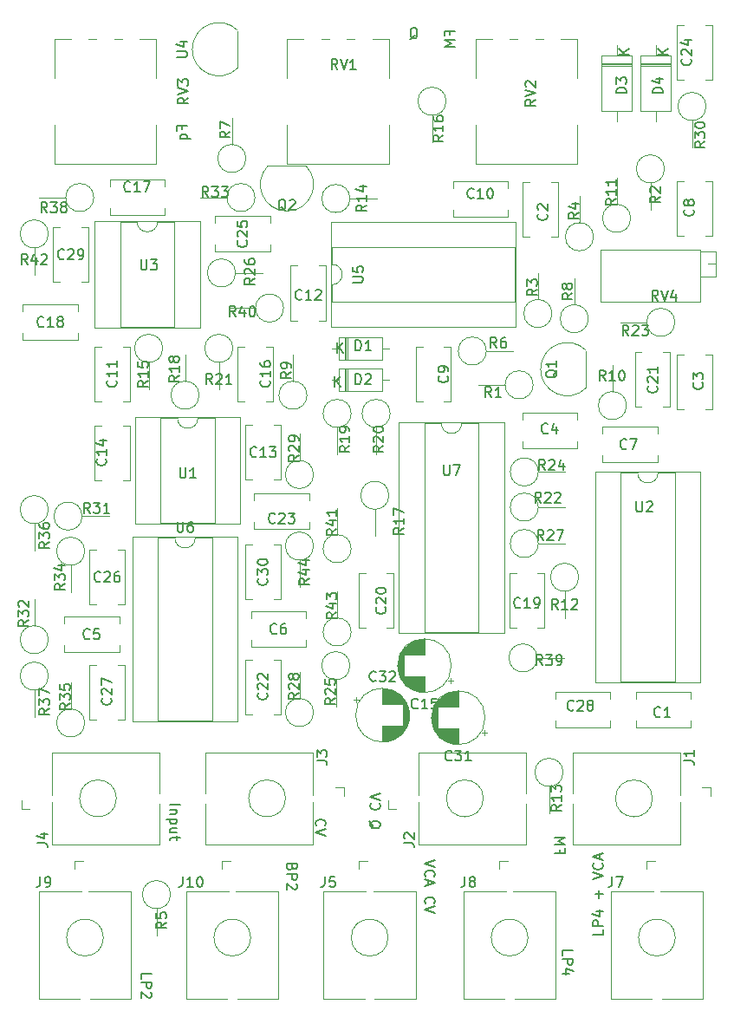
<source format=gbr>
G04 #@! TF.GenerationSoftware,KiCad,Pcbnew,(5.1.0)-1*
G04 #@! TF.CreationDate,2019-04-02T22:50:19-04:00*
G04 #@! TF.ProjectId,ripples,72697070-6c65-4732-9e6b-696361645f70,rev?*
G04 #@! TF.SameCoordinates,Original*
G04 #@! TF.FileFunction,Legend,Top*
G04 #@! TF.FilePolarity,Positive*
%FSLAX46Y46*%
G04 Gerber Fmt 4.6, Leading zero omitted, Abs format (unit mm)*
G04 Created by KiCad (PCBNEW (5.1.0)-1) date 2019-04-02 22:50:19*
%MOMM*%
%LPD*%
G04 APERTURE LIST*
%ADD10C,0.150000*%
%ADD11C,0.120000*%
G04 APERTURE END LIST*
D10*
X90098571Y-49101428D02*
X90098571Y-48768095D01*
X90622380Y-48768095D02*
X89622380Y-48768095D01*
X89622380Y-49244285D01*
X90622380Y-49625238D02*
X89622380Y-49625238D01*
X90336666Y-49958571D01*
X89622380Y-50291904D01*
X90622380Y-50291904D01*
X63936571Y-58364476D02*
X63936571Y-58031142D01*
X64460380Y-58031142D02*
X63460380Y-58031142D01*
X63460380Y-58507333D01*
X63793714Y-59316857D02*
X64793714Y-59316857D01*
X64412761Y-59316857D02*
X64460380Y-59221619D01*
X64460380Y-59031142D01*
X64412761Y-58935904D01*
X64365142Y-58888285D01*
X64269904Y-58840666D01*
X63984190Y-58840666D01*
X63888952Y-58888285D01*
X63841333Y-58935904D01*
X63793714Y-59031142D01*
X63793714Y-59221619D01*
X63841333Y-59316857D01*
X86233047Y-49569619D02*
X86328285Y-49522000D01*
X86423523Y-49426761D01*
X86566380Y-49283904D01*
X86661619Y-49236285D01*
X86756857Y-49236285D01*
X86709238Y-49474380D02*
X86804476Y-49426761D01*
X86899714Y-49331523D01*
X86947333Y-49141047D01*
X86947333Y-48807714D01*
X86899714Y-48617238D01*
X86804476Y-48522000D01*
X86709238Y-48474380D01*
X86518761Y-48474380D01*
X86423523Y-48522000D01*
X86328285Y-48617238D01*
X86280666Y-48807714D01*
X86280666Y-49141047D01*
X86328285Y-49331523D01*
X86423523Y-49426761D01*
X86518761Y-49474380D01*
X86709238Y-49474380D01*
X100909428Y-128698571D02*
X100909428Y-129031904D01*
X100385619Y-129031904D02*
X101385619Y-129031904D01*
X101385619Y-128555714D01*
X100385619Y-128174761D02*
X101385619Y-128174761D01*
X100671333Y-127841428D01*
X101385619Y-127508095D01*
X100385619Y-127508095D01*
X82256380Y-125896571D02*
X82304000Y-125991809D01*
X82399238Y-126087047D01*
X82542095Y-126229904D01*
X82589714Y-126325142D01*
X82589714Y-126420380D01*
X82351619Y-126372761D02*
X82399238Y-126468000D01*
X82494476Y-126563238D01*
X82684952Y-126610857D01*
X83018285Y-126610857D01*
X83208761Y-126563238D01*
X83304000Y-126468000D01*
X83351619Y-126372761D01*
X83351619Y-126182285D01*
X83304000Y-126087047D01*
X83208761Y-125991809D01*
X83018285Y-125944190D01*
X82684952Y-125944190D01*
X82494476Y-125991809D01*
X82399238Y-126087047D01*
X82351619Y-126182285D01*
X82351619Y-126372761D01*
X82446857Y-124182285D02*
X82399238Y-124229904D01*
X82351619Y-124372761D01*
X82351619Y-124468000D01*
X82399238Y-124610857D01*
X82494476Y-124706095D01*
X82589714Y-124753714D01*
X82780190Y-124801333D01*
X82923047Y-124801333D01*
X83113523Y-124753714D01*
X83208761Y-124706095D01*
X83304000Y-124610857D01*
X83351619Y-124468000D01*
X83351619Y-124372761D01*
X83304000Y-124229904D01*
X83256380Y-124182285D01*
X83351619Y-123896571D02*
X82351619Y-123563238D01*
X83351619Y-123229904D01*
X77112857Y-126372952D02*
X77065238Y-126325333D01*
X77017619Y-126182476D01*
X77017619Y-126087238D01*
X77065238Y-125944380D01*
X77160476Y-125849142D01*
X77255714Y-125801523D01*
X77446190Y-125753904D01*
X77589047Y-125753904D01*
X77779523Y-125801523D01*
X77874761Y-125849142D01*
X77970000Y-125944380D01*
X78017619Y-126087238D01*
X78017619Y-126182476D01*
X77970000Y-126325333D01*
X77922380Y-126372952D01*
X78017619Y-126658666D02*
X77017619Y-126992000D01*
X78017619Y-127325333D01*
X62793619Y-124341142D02*
X63793619Y-124341142D01*
X63460285Y-124817333D02*
X62793619Y-124817333D01*
X63365047Y-124817333D02*
X63412666Y-124864952D01*
X63460285Y-124960190D01*
X63460285Y-125103047D01*
X63412666Y-125198285D01*
X63317428Y-125245904D01*
X62793619Y-125245904D01*
X63460285Y-125722095D02*
X62460285Y-125722095D01*
X63412666Y-125722095D02*
X63460285Y-125817333D01*
X63460285Y-126007809D01*
X63412666Y-126103047D01*
X63365047Y-126150666D01*
X63269809Y-126198285D01*
X62984095Y-126198285D01*
X62888857Y-126150666D01*
X62841238Y-126103047D01*
X62793619Y-126007809D01*
X62793619Y-125817333D01*
X62841238Y-125722095D01*
X63460285Y-127055428D02*
X62793619Y-127055428D01*
X63460285Y-126626857D02*
X62936476Y-126626857D01*
X62841238Y-126674476D01*
X62793619Y-126769714D01*
X62793619Y-126912571D01*
X62841238Y-127007809D01*
X62888857Y-127055428D01*
X63460285Y-127388761D02*
X63460285Y-127769714D01*
X63793619Y-127531619D02*
X62936476Y-127531619D01*
X62841238Y-127579238D01*
X62793619Y-127674476D01*
X62793619Y-127769714D01*
X59999619Y-141319333D02*
X59999619Y-140843142D01*
X60999619Y-140843142D01*
X59999619Y-141652666D02*
X60999619Y-141652666D01*
X60999619Y-142033619D01*
X60952000Y-142128857D01*
X60904380Y-142176476D01*
X60809142Y-142224095D01*
X60666285Y-142224095D01*
X60571047Y-142176476D01*
X60523428Y-142128857D01*
X60475809Y-142033619D01*
X60475809Y-141652666D01*
X60904380Y-142605047D02*
X60952000Y-142652666D01*
X60999619Y-142747904D01*
X60999619Y-142986000D01*
X60952000Y-143081238D01*
X60904380Y-143128857D01*
X60809142Y-143176476D01*
X60713904Y-143176476D01*
X60571047Y-143128857D01*
X59999619Y-142557428D01*
X59999619Y-143176476D01*
X74747428Y-130413238D02*
X74699809Y-130556095D01*
X74652190Y-130603714D01*
X74556952Y-130651333D01*
X74414095Y-130651333D01*
X74318857Y-130603714D01*
X74271238Y-130556095D01*
X74223619Y-130460857D01*
X74223619Y-130079904D01*
X75223619Y-130079904D01*
X75223619Y-130413238D01*
X75176000Y-130508476D01*
X75128380Y-130556095D01*
X75033142Y-130603714D01*
X74937904Y-130603714D01*
X74842666Y-130556095D01*
X74795047Y-130508476D01*
X74747428Y-130413238D01*
X74747428Y-130079904D01*
X74223619Y-131079904D02*
X75223619Y-131079904D01*
X75223619Y-131460857D01*
X75176000Y-131556095D01*
X75128380Y-131603714D01*
X75033142Y-131651333D01*
X74890285Y-131651333D01*
X74795047Y-131603714D01*
X74747428Y-131556095D01*
X74699809Y-131460857D01*
X74699809Y-131079904D01*
X75128380Y-132032285D02*
X75176000Y-132079904D01*
X75223619Y-132175142D01*
X75223619Y-132413238D01*
X75176000Y-132508476D01*
X75128380Y-132556095D01*
X75033142Y-132603714D01*
X74937904Y-132603714D01*
X74795047Y-132556095D01*
X74223619Y-131984666D01*
X74223619Y-132603714D01*
X88685619Y-129762571D02*
X87685619Y-130095904D01*
X88685619Y-130429238D01*
X87780857Y-131334000D02*
X87733238Y-131286380D01*
X87685619Y-131143523D01*
X87685619Y-131048285D01*
X87733238Y-130905428D01*
X87828476Y-130810190D01*
X87923714Y-130762571D01*
X88114190Y-130714952D01*
X88257047Y-130714952D01*
X88447523Y-130762571D01*
X88542761Y-130810190D01*
X88638000Y-130905428D01*
X88685619Y-131048285D01*
X88685619Y-131143523D01*
X88638000Y-131286380D01*
X88590380Y-131334000D01*
X87971333Y-131714952D02*
X87971333Y-132191142D01*
X87685619Y-131619714D02*
X88685619Y-131953047D01*
X87685619Y-132286380D01*
X87780857Y-133953047D02*
X87733238Y-133905428D01*
X87685619Y-133762571D01*
X87685619Y-133667333D01*
X87733238Y-133524476D01*
X87828476Y-133429238D01*
X87923714Y-133381619D01*
X88114190Y-133334000D01*
X88257047Y-133334000D01*
X88447523Y-133381619D01*
X88542761Y-133429238D01*
X88638000Y-133524476D01*
X88685619Y-133667333D01*
X88685619Y-133762571D01*
X88638000Y-133905428D01*
X88590380Y-133953047D01*
X88685619Y-134238761D02*
X87685619Y-134572095D01*
X88685619Y-134905428D01*
X101147619Y-139033333D02*
X101147619Y-138557142D01*
X102147619Y-138557142D01*
X101147619Y-139366666D02*
X102147619Y-139366666D01*
X102147619Y-139747619D01*
X102100000Y-139842857D01*
X102052380Y-139890476D01*
X101957142Y-139938095D01*
X101814285Y-139938095D01*
X101719047Y-139890476D01*
X101671428Y-139842857D01*
X101623809Y-139747619D01*
X101623809Y-139366666D01*
X101814285Y-140795238D02*
X101147619Y-140795238D01*
X102195238Y-140557142D02*
X101480952Y-140319047D01*
X101480952Y-140938095D01*
X105100380Y-136500761D02*
X105100380Y-136976952D01*
X104100380Y-136976952D01*
X105100380Y-136167428D02*
X104100380Y-136167428D01*
X104100380Y-135786476D01*
X104148000Y-135691238D01*
X104195619Y-135643619D01*
X104290857Y-135596000D01*
X104433714Y-135596000D01*
X104528952Y-135643619D01*
X104576571Y-135691238D01*
X104624190Y-135786476D01*
X104624190Y-136167428D01*
X104433714Y-134738857D02*
X105100380Y-134738857D01*
X104052761Y-134976952D02*
X104767047Y-135215047D01*
X104767047Y-134596000D01*
X104719428Y-133453142D02*
X104719428Y-132691238D01*
X105100380Y-133072190D02*
X104338476Y-133072190D01*
X104100380Y-131596000D02*
X105100380Y-131262666D01*
X104100380Y-130929333D01*
X105005142Y-130024571D02*
X105052761Y-130072190D01*
X105100380Y-130215047D01*
X105100380Y-130310285D01*
X105052761Y-130453142D01*
X104957523Y-130548380D01*
X104862285Y-130596000D01*
X104671809Y-130643619D01*
X104528952Y-130643619D01*
X104338476Y-130596000D01*
X104243238Y-130548380D01*
X104148000Y-130453142D01*
X104100380Y-130310285D01*
X104100380Y-130215047D01*
X104148000Y-130072190D01*
X104195619Y-130024571D01*
X104814666Y-129643619D02*
X104814666Y-129167428D01*
X105100380Y-129738857D02*
X104100380Y-129405523D01*
X105100380Y-129072190D01*
D11*
X110406000Y-90875000D02*
X105066000Y-90875000D01*
X110406000Y-87433000D02*
X105066000Y-87433000D01*
X110406000Y-90875000D02*
X110406000Y-90209000D01*
X110406000Y-88099000D02*
X110406000Y-87433000D01*
X105066000Y-90875000D02*
X105066000Y-90209000D01*
X105066000Y-88099000D02*
X105066000Y-87433000D01*
X112991000Y-85688000D02*
X112325000Y-85688000D01*
X115767000Y-85688000D02*
X115101000Y-85688000D01*
X112991000Y-80348000D02*
X112325000Y-80348000D01*
X115767000Y-80348000D02*
X115101000Y-80348000D01*
X112325000Y-80348000D02*
X112325000Y-85688000D01*
X115767000Y-80348000D02*
X115767000Y-85688000D01*
X108288000Y-113341000D02*
X113628000Y-113341000D01*
X108288000Y-116783000D02*
X113628000Y-116783000D01*
X108288000Y-113341000D02*
X108288000Y-114007000D01*
X108288000Y-116117000D02*
X108288000Y-116783000D01*
X113628000Y-113341000D02*
X113628000Y-114007000D01*
X113628000Y-116117000D02*
X113628000Y-116783000D01*
X100704800Y-63482400D02*
X100704800Y-68822400D01*
X97262800Y-63482400D02*
X97262800Y-68822400D01*
X100704800Y-63482400D02*
X100038800Y-63482400D01*
X97928800Y-63482400D02*
X97262800Y-63482400D01*
X100704800Y-68822400D02*
X100038800Y-68822400D01*
X97928800Y-68822400D02*
X97262800Y-68822400D01*
X97239000Y-86036000D02*
X102579000Y-86036000D01*
X97239000Y-89478000D02*
X102579000Y-89478000D01*
X97239000Y-86036000D02*
X97239000Y-86702000D01*
X97239000Y-88812000D02*
X97239000Y-89478000D01*
X102579000Y-86036000D02*
X102579000Y-86702000D01*
X102579000Y-88812000D02*
X102579000Y-89478000D01*
X57828000Y-109417000D02*
X52488000Y-109417000D01*
X57828000Y-105975000D02*
X52488000Y-105975000D01*
X57828000Y-109417000D02*
X57828000Y-108751000D01*
X57828000Y-106641000D02*
X57828000Y-105975000D01*
X52488000Y-109417000D02*
X52488000Y-108751000D01*
X52488000Y-106641000D02*
X52488000Y-105975000D01*
X70696000Y-105467000D02*
X76036000Y-105467000D01*
X70696000Y-108909000D02*
X76036000Y-108909000D01*
X70696000Y-105467000D02*
X70696000Y-106133000D01*
X70696000Y-108243000D02*
X70696000Y-108909000D01*
X76036000Y-105467000D02*
X76036000Y-106133000D01*
X76036000Y-108243000D02*
X76036000Y-108909000D01*
X115101000Y-63410000D02*
X115767000Y-63410000D01*
X112325000Y-63410000D02*
X112991000Y-63410000D01*
X115101000Y-68750000D02*
X115767000Y-68750000D01*
X112325000Y-68750000D02*
X112991000Y-68750000D01*
X115767000Y-68750000D02*
X115767000Y-63410000D01*
X112325000Y-68750000D02*
X112325000Y-63410000D01*
X90240000Y-79586000D02*
X90240000Y-84926000D01*
X86798000Y-79586000D02*
X86798000Y-84926000D01*
X90240000Y-79586000D02*
X89574000Y-79586000D01*
X87464000Y-79586000D02*
X86798000Y-79586000D01*
X90240000Y-84926000D02*
X89574000Y-84926000D01*
X87464000Y-84926000D02*
X86798000Y-84926000D01*
X95771800Y-66231400D02*
X95771800Y-66897400D01*
X95771800Y-63455400D02*
X95771800Y-64121400D01*
X90431800Y-66231400D02*
X90431800Y-66897400D01*
X90431800Y-63455400D02*
X90431800Y-64121400D01*
X90431800Y-66897400D02*
X95771800Y-66897400D01*
X90431800Y-63455400D02*
X95771800Y-63455400D01*
X58871000Y-79586000D02*
X58871000Y-84926000D01*
X55429000Y-79586000D02*
X55429000Y-84926000D01*
X58871000Y-79586000D02*
X58205000Y-79586000D01*
X56095000Y-79586000D02*
X55429000Y-79586000D01*
X58871000Y-84926000D02*
X58205000Y-84926000D01*
X56095000Y-84926000D02*
X55429000Y-84926000D01*
X77356600Y-71690400D02*
X78022600Y-71690400D01*
X74580600Y-71690400D02*
X75246600Y-71690400D01*
X77356600Y-77030400D02*
X78022600Y-77030400D01*
X74580600Y-77030400D02*
X75246600Y-77030400D01*
X78022600Y-77030400D02*
X78022600Y-71690400D01*
X74580600Y-77030400D02*
X74580600Y-71690400D01*
X70827000Y-92546000D02*
X70161000Y-92546000D01*
X73603000Y-92546000D02*
X72937000Y-92546000D01*
X70827000Y-87206000D02*
X70161000Y-87206000D01*
X73603000Y-87206000D02*
X72937000Y-87206000D01*
X70161000Y-87206000D02*
X70161000Y-92546000D01*
X73603000Y-87206000D02*
X73603000Y-92546000D01*
X55429000Y-92626000D02*
X55429000Y-87286000D01*
X58871000Y-92626000D02*
X58871000Y-87286000D01*
X55429000Y-92626000D02*
X56095000Y-92626000D01*
X58205000Y-92626000D02*
X58871000Y-92626000D01*
X55429000Y-87286000D02*
X56095000Y-87286000D01*
X58205000Y-87286000D02*
X58871000Y-87286000D01*
X90266000Y-110744000D02*
G75*
G03X90266000Y-110744000I-2620000J0D01*
G01*
X87646000Y-109704000D02*
X87646000Y-108164000D01*
X87646000Y-113324000D02*
X87646000Y-111784000D01*
X87606000Y-109704000D02*
X87606000Y-108164000D01*
X87606000Y-113324000D02*
X87606000Y-111784000D01*
X87566000Y-113323000D02*
X87566000Y-111784000D01*
X87566000Y-109704000D02*
X87566000Y-108165000D01*
X87526000Y-113322000D02*
X87526000Y-111784000D01*
X87526000Y-109704000D02*
X87526000Y-108166000D01*
X87486000Y-113320000D02*
X87486000Y-111784000D01*
X87486000Y-109704000D02*
X87486000Y-108168000D01*
X87446000Y-113317000D02*
X87446000Y-111784000D01*
X87446000Y-109704000D02*
X87446000Y-108171000D01*
X87406000Y-113313000D02*
X87406000Y-111784000D01*
X87406000Y-109704000D02*
X87406000Y-108175000D01*
X87366000Y-113309000D02*
X87366000Y-111784000D01*
X87366000Y-109704000D02*
X87366000Y-108179000D01*
X87326000Y-113305000D02*
X87326000Y-111784000D01*
X87326000Y-109704000D02*
X87326000Y-108183000D01*
X87286000Y-113300000D02*
X87286000Y-111784000D01*
X87286000Y-109704000D02*
X87286000Y-108188000D01*
X87246000Y-113294000D02*
X87246000Y-111784000D01*
X87246000Y-109704000D02*
X87246000Y-108194000D01*
X87206000Y-113287000D02*
X87206000Y-111784000D01*
X87206000Y-109704000D02*
X87206000Y-108201000D01*
X87166000Y-113280000D02*
X87166000Y-111784000D01*
X87166000Y-109704000D02*
X87166000Y-108208000D01*
X87126000Y-113272000D02*
X87126000Y-111784000D01*
X87126000Y-109704000D02*
X87126000Y-108216000D01*
X87086000Y-113264000D02*
X87086000Y-111784000D01*
X87086000Y-109704000D02*
X87086000Y-108224000D01*
X87046000Y-113255000D02*
X87046000Y-111784000D01*
X87046000Y-109704000D02*
X87046000Y-108233000D01*
X87006000Y-113245000D02*
X87006000Y-111784000D01*
X87006000Y-109704000D02*
X87006000Y-108243000D01*
X86966000Y-113235000D02*
X86966000Y-111784000D01*
X86966000Y-109704000D02*
X86966000Y-108253000D01*
X86925000Y-113224000D02*
X86925000Y-111784000D01*
X86925000Y-109704000D02*
X86925000Y-108264000D01*
X86885000Y-113212000D02*
X86885000Y-111784000D01*
X86885000Y-109704000D02*
X86885000Y-108276000D01*
X86845000Y-113199000D02*
X86845000Y-111784000D01*
X86845000Y-109704000D02*
X86845000Y-108289000D01*
X86805000Y-113186000D02*
X86805000Y-111784000D01*
X86805000Y-109704000D02*
X86805000Y-108302000D01*
X86765000Y-113172000D02*
X86765000Y-111784000D01*
X86765000Y-109704000D02*
X86765000Y-108316000D01*
X86725000Y-113158000D02*
X86725000Y-111784000D01*
X86725000Y-109704000D02*
X86725000Y-108330000D01*
X86685000Y-113142000D02*
X86685000Y-111784000D01*
X86685000Y-109704000D02*
X86685000Y-108346000D01*
X86645000Y-113126000D02*
X86645000Y-111784000D01*
X86645000Y-109704000D02*
X86645000Y-108362000D01*
X86605000Y-113109000D02*
X86605000Y-111784000D01*
X86605000Y-109704000D02*
X86605000Y-108379000D01*
X86565000Y-113092000D02*
X86565000Y-111784000D01*
X86565000Y-109704000D02*
X86565000Y-108396000D01*
X86525000Y-113073000D02*
X86525000Y-111784000D01*
X86525000Y-109704000D02*
X86525000Y-108415000D01*
X86485000Y-113054000D02*
X86485000Y-111784000D01*
X86485000Y-109704000D02*
X86485000Y-108434000D01*
X86445000Y-113034000D02*
X86445000Y-111784000D01*
X86445000Y-109704000D02*
X86445000Y-108454000D01*
X86405000Y-113012000D02*
X86405000Y-111784000D01*
X86405000Y-109704000D02*
X86405000Y-108476000D01*
X86365000Y-112991000D02*
X86365000Y-111784000D01*
X86365000Y-109704000D02*
X86365000Y-108497000D01*
X86325000Y-112968000D02*
X86325000Y-111784000D01*
X86325000Y-109704000D02*
X86325000Y-108520000D01*
X86285000Y-112944000D02*
X86285000Y-111784000D01*
X86285000Y-109704000D02*
X86285000Y-108544000D01*
X86245000Y-112919000D02*
X86245000Y-111784000D01*
X86245000Y-109704000D02*
X86245000Y-108569000D01*
X86205000Y-112893000D02*
X86205000Y-111784000D01*
X86205000Y-109704000D02*
X86205000Y-108595000D01*
X86165000Y-112866000D02*
X86165000Y-111784000D01*
X86165000Y-109704000D02*
X86165000Y-108622000D01*
X86125000Y-112839000D02*
X86125000Y-111784000D01*
X86125000Y-109704000D02*
X86125000Y-108649000D01*
X86085000Y-112809000D02*
X86085000Y-111784000D01*
X86085000Y-109704000D02*
X86085000Y-108679000D01*
X86045000Y-112779000D02*
X86045000Y-111784000D01*
X86045000Y-109704000D02*
X86045000Y-108709000D01*
X86005000Y-112748000D02*
X86005000Y-111784000D01*
X86005000Y-109704000D02*
X86005000Y-108740000D01*
X85965000Y-112715000D02*
X85965000Y-111784000D01*
X85965000Y-109704000D02*
X85965000Y-108773000D01*
X85925000Y-112681000D02*
X85925000Y-111784000D01*
X85925000Y-109704000D02*
X85925000Y-108807000D01*
X85885000Y-112645000D02*
X85885000Y-111784000D01*
X85885000Y-109704000D02*
X85885000Y-108843000D01*
X85845000Y-112608000D02*
X85845000Y-111784000D01*
X85845000Y-109704000D02*
X85845000Y-108880000D01*
X85805000Y-112570000D02*
X85805000Y-111784000D01*
X85805000Y-109704000D02*
X85805000Y-108918000D01*
X85765000Y-112529000D02*
X85765000Y-111784000D01*
X85765000Y-109704000D02*
X85765000Y-108959000D01*
X85725000Y-112487000D02*
X85725000Y-111784000D01*
X85725000Y-109704000D02*
X85725000Y-109001000D01*
X85685000Y-112443000D02*
X85685000Y-111784000D01*
X85685000Y-109704000D02*
X85685000Y-109045000D01*
X85645000Y-112397000D02*
X85645000Y-111784000D01*
X85645000Y-109704000D02*
X85645000Y-109091000D01*
X85605000Y-112349000D02*
X85605000Y-109139000D01*
X85565000Y-112298000D02*
X85565000Y-109190000D01*
X85525000Y-112244000D02*
X85525000Y-109244000D01*
X85485000Y-112187000D02*
X85485000Y-109301000D01*
X85445000Y-112127000D02*
X85445000Y-109361000D01*
X85405000Y-112063000D02*
X85405000Y-109425000D01*
X85365000Y-111995000D02*
X85365000Y-109493000D01*
X85325000Y-111922000D02*
X85325000Y-109566000D01*
X85285000Y-111842000D02*
X85285000Y-109646000D01*
X85245000Y-111755000D02*
X85245000Y-109733000D01*
X85205000Y-111659000D02*
X85205000Y-109829000D01*
X85165000Y-111549000D02*
X85165000Y-109939000D01*
X85125000Y-111421000D02*
X85125000Y-110067000D01*
X85085000Y-111262000D02*
X85085000Y-110226000D01*
X85045000Y-111028000D02*
X85045000Y-110460000D01*
X90450775Y-112219000D02*
X89950775Y-112219000D01*
X90200775Y-112469000D02*
X90200775Y-111969000D01*
X70065000Y-84926000D02*
X69399000Y-84926000D01*
X72841000Y-84926000D02*
X72175000Y-84926000D01*
X70065000Y-79586000D02*
X69399000Y-79586000D01*
X72841000Y-79586000D02*
X72175000Y-79586000D01*
X69399000Y-79586000D02*
X69399000Y-84926000D01*
X72841000Y-79586000D02*
X72841000Y-84926000D01*
X56933000Y-63969000D02*
X56933000Y-63303000D01*
X56933000Y-66745000D02*
X56933000Y-66079000D01*
X62273000Y-63969000D02*
X62273000Y-63303000D01*
X62273000Y-66745000D02*
X62273000Y-66079000D01*
X62273000Y-63303000D02*
X56933000Y-63303000D01*
X62273000Y-66745000D02*
X56933000Y-66745000D01*
X53764000Y-78937000D02*
X48424000Y-78937000D01*
X53764000Y-75495000D02*
X48424000Y-75495000D01*
X53764000Y-78937000D02*
X53764000Y-78271000D01*
X53764000Y-76161000D02*
X53764000Y-75495000D01*
X48424000Y-78937000D02*
X48424000Y-78271000D01*
X48424000Y-76161000D02*
X48424000Y-75495000D01*
X99384000Y-101684000D02*
X99384000Y-107024000D01*
X95942000Y-101684000D02*
X95942000Y-107024000D01*
X99384000Y-101684000D02*
X98718000Y-101684000D01*
X96608000Y-101684000D02*
X95942000Y-101684000D01*
X99384000Y-107024000D02*
X98718000Y-107024000D01*
X96608000Y-107024000D02*
X95942000Y-107024000D01*
X81876000Y-107024000D02*
X81210000Y-107024000D01*
X84652000Y-107024000D02*
X83986000Y-107024000D01*
X81876000Y-101684000D02*
X81210000Y-101684000D01*
X84652000Y-101684000D02*
X83986000Y-101684000D01*
X81210000Y-101684000D02*
X81210000Y-107024000D01*
X84652000Y-101684000D02*
X84652000Y-107024000D01*
X111652200Y-80144800D02*
X111652200Y-85484800D01*
X108210200Y-80144800D02*
X108210200Y-85484800D01*
X111652200Y-80144800D02*
X110986200Y-80144800D01*
X108876200Y-80144800D02*
X108210200Y-80144800D01*
X111652200Y-85484800D02*
X110986200Y-85484800D01*
X108876200Y-85484800D02*
X108210200Y-85484800D01*
X70161000Y-115486000D02*
X70161000Y-110146000D01*
X73603000Y-115486000D02*
X73603000Y-110146000D01*
X70161000Y-115486000D02*
X70827000Y-115486000D01*
X72937000Y-115486000D02*
X73603000Y-115486000D01*
X70161000Y-110146000D02*
X70827000Y-110146000D01*
X72937000Y-110146000D02*
X73603000Y-110146000D01*
X71030000Y-94576000D02*
X71030000Y-93910000D01*
X71030000Y-97352000D02*
X71030000Y-96686000D01*
X76370000Y-94576000D02*
X76370000Y-93910000D01*
X76370000Y-97352000D02*
X76370000Y-96686000D01*
X76370000Y-93910000D02*
X71030000Y-93910000D01*
X76370000Y-97352000D02*
X71030000Y-97352000D01*
X115101000Y-48170000D02*
X115767000Y-48170000D01*
X112325000Y-48170000D02*
X112991000Y-48170000D01*
X115101000Y-53510000D02*
X115767000Y-53510000D01*
X112325000Y-53510000D02*
X112991000Y-53510000D01*
X115767000Y-53510000D02*
X115767000Y-48170000D01*
X112325000Y-53510000D02*
X112325000Y-48170000D01*
X67220000Y-67525000D02*
X67220000Y-66859000D01*
X67220000Y-70301000D02*
X67220000Y-69635000D01*
X72560000Y-67525000D02*
X72560000Y-66859000D01*
X72560000Y-70301000D02*
X72560000Y-69635000D01*
X72560000Y-66859000D02*
X67220000Y-66859000D01*
X72560000Y-70301000D02*
X67220000Y-70301000D01*
X55587000Y-104738000D02*
X54921000Y-104738000D01*
X58363000Y-104738000D02*
X57697000Y-104738000D01*
X55587000Y-99398000D02*
X54921000Y-99398000D01*
X58363000Y-99398000D02*
X57697000Y-99398000D01*
X54921000Y-99398000D02*
X54921000Y-104738000D01*
X58363000Y-99398000D02*
X58363000Y-104738000D01*
X54921000Y-115994000D02*
X54921000Y-110654000D01*
X58363000Y-115994000D02*
X58363000Y-110654000D01*
X54921000Y-115994000D02*
X55587000Y-115994000D01*
X57697000Y-115994000D02*
X58363000Y-115994000D01*
X54921000Y-110654000D02*
X55587000Y-110654000D01*
X57697000Y-110654000D02*
X58363000Y-110654000D01*
X105754000Y-116117000D02*
X105754000Y-116783000D01*
X105754000Y-113341000D02*
X105754000Y-114007000D01*
X100414000Y-116117000D02*
X100414000Y-116783000D01*
X100414000Y-113341000D02*
X100414000Y-114007000D01*
X100414000Y-116783000D02*
X105754000Y-116783000D01*
X100414000Y-113341000D02*
X105754000Y-113341000D01*
X52031000Y-73242000D02*
X51365000Y-73242000D01*
X54807000Y-73242000D02*
X54141000Y-73242000D01*
X52031000Y-67902000D02*
X51365000Y-67902000D01*
X54807000Y-67902000D02*
X54141000Y-67902000D01*
X51365000Y-67902000D02*
X51365000Y-73242000D01*
X54807000Y-67902000D02*
X54807000Y-73242000D01*
X73603000Y-98890000D02*
X73603000Y-104230000D01*
X70161000Y-98890000D02*
X70161000Y-104230000D01*
X73603000Y-98890000D02*
X72937000Y-98890000D01*
X70827000Y-98890000D02*
X70161000Y-98890000D01*
X73603000Y-104230000D02*
X72937000Y-104230000D01*
X70827000Y-104230000D02*
X70161000Y-104230000D01*
X93502775Y-117549000D02*
X93502775Y-117049000D01*
X93752775Y-117299000D02*
X93252775Y-117299000D01*
X88347000Y-116108000D02*
X88347000Y-115540000D01*
X88387000Y-116342000D02*
X88387000Y-115306000D01*
X88427000Y-116501000D02*
X88427000Y-115147000D01*
X88467000Y-116629000D02*
X88467000Y-115019000D01*
X88507000Y-116739000D02*
X88507000Y-114909000D01*
X88547000Y-116835000D02*
X88547000Y-114813000D01*
X88587000Y-116922000D02*
X88587000Y-114726000D01*
X88627000Y-117002000D02*
X88627000Y-114646000D01*
X88667000Y-117075000D02*
X88667000Y-114573000D01*
X88707000Y-117143000D02*
X88707000Y-114505000D01*
X88747000Y-117207000D02*
X88747000Y-114441000D01*
X88787000Y-117267000D02*
X88787000Y-114381000D01*
X88827000Y-117324000D02*
X88827000Y-114324000D01*
X88867000Y-117378000D02*
X88867000Y-114270000D01*
X88907000Y-117429000D02*
X88907000Y-114219000D01*
X88947000Y-114784000D02*
X88947000Y-114171000D01*
X88947000Y-117477000D02*
X88947000Y-116864000D01*
X88987000Y-114784000D02*
X88987000Y-114125000D01*
X88987000Y-117523000D02*
X88987000Y-116864000D01*
X89027000Y-114784000D02*
X89027000Y-114081000D01*
X89027000Y-117567000D02*
X89027000Y-116864000D01*
X89067000Y-114784000D02*
X89067000Y-114039000D01*
X89067000Y-117609000D02*
X89067000Y-116864000D01*
X89107000Y-114784000D02*
X89107000Y-113998000D01*
X89107000Y-117650000D02*
X89107000Y-116864000D01*
X89147000Y-114784000D02*
X89147000Y-113960000D01*
X89147000Y-117688000D02*
X89147000Y-116864000D01*
X89187000Y-114784000D02*
X89187000Y-113923000D01*
X89187000Y-117725000D02*
X89187000Y-116864000D01*
X89227000Y-114784000D02*
X89227000Y-113887000D01*
X89227000Y-117761000D02*
X89227000Y-116864000D01*
X89267000Y-114784000D02*
X89267000Y-113853000D01*
X89267000Y-117795000D02*
X89267000Y-116864000D01*
X89307000Y-114784000D02*
X89307000Y-113820000D01*
X89307000Y-117828000D02*
X89307000Y-116864000D01*
X89347000Y-114784000D02*
X89347000Y-113789000D01*
X89347000Y-117859000D02*
X89347000Y-116864000D01*
X89387000Y-114784000D02*
X89387000Y-113759000D01*
X89387000Y-117889000D02*
X89387000Y-116864000D01*
X89427000Y-114784000D02*
X89427000Y-113729000D01*
X89427000Y-117919000D02*
X89427000Y-116864000D01*
X89467000Y-114784000D02*
X89467000Y-113702000D01*
X89467000Y-117946000D02*
X89467000Y-116864000D01*
X89507000Y-114784000D02*
X89507000Y-113675000D01*
X89507000Y-117973000D02*
X89507000Y-116864000D01*
X89547000Y-114784000D02*
X89547000Y-113649000D01*
X89547000Y-117999000D02*
X89547000Y-116864000D01*
X89587000Y-114784000D02*
X89587000Y-113624000D01*
X89587000Y-118024000D02*
X89587000Y-116864000D01*
X89627000Y-114784000D02*
X89627000Y-113600000D01*
X89627000Y-118048000D02*
X89627000Y-116864000D01*
X89667000Y-114784000D02*
X89667000Y-113577000D01*
X89667000Y-118071000D02*
X89667000Y-116864000D01*
X89707000Y-114784000D02*
X89707000Y-113556000D01*
X89707000Y-118092000D02*
X89707000Y-116864000D01*
X89747000Y-114784000D02*
X89747000Y-113534000D01*
X89747000Y-118114000D02*
X89747000Y-116864000D01*
X89787000Y-114784000D02*
X89787000Y-113514000D01*
X89787000Y-118134000D02*
X89787000Y-116864000D01*
X89827000Y-114784000D02*
X89827000Y-113495000D01*
X89827000Y-118153000D02*
X89827000Y-116864000D01*
X89867000Y-114784000D02*
X89867000Y-113476000D01*
X89867000Y-118172000D02*
X89867000Y-116864000D01*
X89907000Y-114784000D02*
X89907000Y-113459000D01*
X89907000Y-118189000D02*
X89907000Y-116864000D01*
X89947000Y-114784000D02*
X89947000Y-113442000D01*
X89947000Y-118206000D02*
X89947000Y-116864000D01*
X89987000Y-114784000D02*
X89987000Y-113426000D01*
X89987000Y-118222000D02*
X89987000Y-116864000D01*
X90027000Y-114784000D02*
X90027000Y-113410000D01*
X90027000Y-118238000D02*
X90027000Y-116864000D01*
X90067000Y-114784000D02*
X90067000Y-113396000D01*
X90067000Y-118252000D02*
X90067000Y-116864000D01*
X90107000Y-114784000D02*
X90107000Y-113382000D01*
X90107000Y-118266000D02*
X90107000Y-116864000D01*
X90147000Y-114784000D02*
X90147000Y-113369000D01*
X90147000Y-118279000D02*
X90147000Y-116864000D01*
X90187000Y-114784000D02*
X90187000Y-113356000D01*
X90187000Y-118292000D02*
X90187000Y-116864000D01*
X90227000Y-114784000D02*
X90227000Y-113344000D01*
X90227000Y-118304000D02*
X90227000Y-116864000D01*
X90268000Y-114784000D02*
X90268000Y-113333000D01*
X90268000Y-118315000D02*
X90268000Y-116864000D01*
X90308000Y-114784000D02*
X90308000Y-113323000D01*
X90308000Y-118325000D02*
X90308000Y-116864000D01*
X90348000Y-114784000D02*
X90348000Y-113313000D01*
X90348000Y-118335000D02*
X90348000Y-116864000D01*
X90388000Y-114784000D02*
X90388000Y-113304000D01*
X90388000Y-118344000D02*
X90388000Y-116864000D01*
X90428000Y-114784000D02*
X90428000Y-113296000D01*
X90428000Y-118352000D02*
X90428000Y-116864000D01*
X90468000Y-114784000D02*
X90468000Y-113288000D01*
X90468000Y-118360000D02*
X90468000Y-116864000D01*
X90508000Y-114784000D02*
X90508000Y-113281000D01*
X90508000Y-118367000D02*
X90508000Y-116864000D01*
X90548000Y-114784000D02*
X90548000Y-113274000D01*
X90548000Y-118374000D02*
X90548000Y-116864000D01*
X90588000Y-114784000D02*
X90588000Y-113268000D01*
X90588000Y-118380000D02*
X90588000Y-116864000D01*
X90628000Y-114784000D02*
X90628000Y-113263000D01*
X90628000Y-118385000D02*
X90628000Y-116864000D01*
X90668000Y-114784000D02*
X90668000Y-113259000D01*
X90668000Y-118389000D02*
X90668000Y-116864000D01*
X90708000Y-114784000D02*
X90708000Y-113255000D01*
X90708000Y-118393000D02*
X90708000Y-116864000D01*
X90748000Y-114784000D02*
X90748000Y-113251000D01*
X90748000Y-118397000D02*
X90748000Y-116864000D01*
X90788000Y-114784000D02*
X90788000Y-113248000D01*
X90788000Y-118400000D02*
X90788000Y-116864000D01*
X90828000Y-114784000D02*
X90828000Y-113246000D01*
X90828000Y-118402000D02*
X90828000Y-116864000D01*
X90868000Y-114784000D02*
X90868000Y-113245000D01*
X90868000Y-118403000D02*
X90868000Y-116864000D01*
X90908000Y-118404000D02*
X90908000Y-116864000D01*
X90908000Y-114784000D02*
X90908000Y-113244000D01*
X90948000Y-118404000D02*
X90948000Y-116864000D01*
X90948000Y-114784000D02*
X90948000Y-113244000D01*
X93568000Y-115824000D02*
G75*
G03X93568000Y-115824000I-2620000J0D01*
G01*
X86170000Y-115570000D02*
G75*
G03X86170000Y-115570000I-2620000J0D01*
G01*
X83550000Y-116610000D02*
X83550000Y-118150000D01*
X83550000Y-112990000D02*
X83550000Y-114530000D01*
X83590000Y-116610000D02*
X83590000Y-118150000D01*
X83590000Y-112990000D02*
X83590000Y-114530000D01*
X83630000Y-112991000D02*
X83630000Y-114530000D01*
X83630000Y-116610000D02*
X83630000Y-118149000D01*
X83670000Y-112992000D02*
X83670000Y-114530000D01*
X83670000Y-116610000D02*
X83670000Y-118148000D01*
X83710000Y-112994000D02*
X83710000Y-114530000D01*
X83710000Y-116610000D02*
X83710000Y-118146000D01*
X83750000Y-112997000D02*
X83750000Y-114530000D01*
X83750000Y-116610000D02*
X83750000Y-118143000D01*
X83790000Y-113001000D02*
X83790000Y-114530000D01*
X83790000Y-116610000D02*
X83790000Y-118139000D01*
X83830000Y-113005000D02*
X83830000Y-114530000D01*
X83830000Y-116610000D02*
X83830000Y-118135000D01*
X83870000Y-113009000D02*
X83870000Y-114530000D01*
X83870000Y-116610000D02*
X83870000Y-118131000D01*
X83910000Y-113014000D02*
X83910000Y-114530000D01*
X83910000Y-116610000D02*
X83910000Y-118126000D01*
X83950000Y-113020000D02*
X83950000Y-114530000D01*
X83950000Y-116610000D02*
X83950000Y-118120000D01*
X83990000Y-113027000D02*
X83990000Y-114530000D01*
X83990000Y-116610000D02*
X83990000Y-118113000D01*
X84030000Y-113034000D02*
X84030000Y-114530000D01*
X84030000Y-116610000D02*
X84030000Y-118106000D01*
X84070000Y-113042000D02*
X84070000Y-114530000D01*
X84070000Y-116610000D02*
X84070000Y-118098000D01*
X84110000Y-113050000D02*
X84110000Y-114530000D01*
X84110000Y-116610000D02*
X84110000Y-118090000D01*
X84150000Y-113059000D02*
X84150000Y-114530000D01*
X84150000Y-116610000D02*
X84150000Y-118081000D01*
X84190000Y-113069000D02*
X84190000Y-114530000D01*
X84190000Y-116610000D02*
X84190000Y-118071000D01*
X84230000Y-113079000D02*
X84230000Y-114530000D01*
X84230000Y-116610000D02*
X84230000Y-118061000D01*
X84271000Y-113090000D02*
X84271000Y-114530000D01*
X84271000Y-116610000D02*
X84271000Y-118050000D01*
X84311000Y-113102000D02*
X84311000Y-114530000D01*
X84311000Y-116610000D02*
X84311000Y-118038000D01*
X84351000Y-113115000D02*
X84351000Y-114530000D01*
X84351000Y-116610000D02*
X84351000Y-118025000D01*
X84391000Y-113128000D02*
X84391000Y-114530000D01*
X84391000Y-116610000D02*
X84391000Y-118012000D01*
X84431000Y-113142000D02*
X84431000Y-114530000D01*
X84431000Y-116610000D02*
X84431000Y-117998000D01*
X84471000Y-113156000D02*
X84471000Y-114530000D01*
X84471000Y-116610000D02*
X84471000Y-117984000D01*
X84511000Y-113172000D02*
X84511000Y-114530000D01*
X84511000Y-116610000D02*
X84511000Y-117968000D01*
X84551000Y-113188000D02*
X84551000Y-114530000D01*
X84551000Y-116610000D02*
X84551000Y-117952000D01*
X84591000Y-113205000D02*
X84591000Y-114530000D01*
X84591000Y-116610000D02*
X84591000Y-117935000D01*
X84631000Y-113222000D02*
X84631000Y-114530000D01*
X84631000Y-116610000D02*
X84631000Y-117918000D01*
X84671000Y-113241000D02*
X84671000Y-114530000D01*
X84671000Y-116610000D02*
X84671000Y-117899000D01*
X84711000Y-113260000D02*
X84711000Y-114530000D01*
X84711000Y-116610000D02*
X84711000Y-117880000D01*
X84751000Y-113280000D02*
X84751000Y-114530000D01*
X84751000Y-116610000D02*
X84751000Y-117860000D01*
X84791000Y-113302000D02*
X84791000Y-114530000D01*
X84791000Y-116610000D02*
X84791000Y-117838000D01*
X84831000Y-113323000D02*
X84831000Y-114530000D01*
X84831000Y-116610000D02*
X84831000Y-117817000D01*
X84871000Y-113346000D02*
X84871000Y-114530000D01*
X84871000Y-116610000D02*
X84871000Y-117794000D01*
X84911000Y-113370000D02*
X84911000Y-114530000D01*
X84911000Y-116610000D02*
X84911000Y-117770000D01*
X84951000Y-113395000D02*
X84951000Y-114530000D01*
X84951000Y-116610000D02*
X84951000Y-117745000D01*
X84991000Y-113421000D02*
X84991000Y-114530000D01*
X84991000Y-116610000D02*
X84991000Y-117719000D01*
X85031000Y-113448000D02*
X85031000Y-114530000D01*
X85031000Y-116610000D02*
X85031000Y-117692000D01*
X85071000Y-113475000D02*
X85071000Y-114530000D01*
X85071000Y-116610000D02*
X85071000Y-117665000D01*
X85111000Y-113505000D02*
X85111000Y-114530000D01*
X85111000Y-116610000D02*
X85111000Y-117635000D01*
X85151000Y-113535000D02*
X85151000Y-114530000D01*
X85151000Y-116610000D02*
X85151000Y-117605000D01*
X85191000Y-113566000D02*
X85191000Y-114530000D01*
X85191000Y-116610000D02*
X85191000Y-117574000D01*
X85231000Y-113599000D02*
X85231000Y-114530000D01*
X85231000Y-116610000D02*
X85231000Y-117541000D01*
X85271000Y-113633000D02*
X85271000Y-114530000D01*
X85271000Y-116610000D02*
X85271000Y-117507000D01*
X85311000Y-113669000D02*
X85311000Y-114530000D01*
X85311000Y-116610000D02*
X85311000Y-117471000D01*
X85351000Y-113706000D02*
X85351000Y-114530000D01*
X85351000Y-116610000D02*
X85351000Y-117434000D01*
X85391000Y-113744000D02*
X85391000Y-114530000D01*
X85391000Y-116610000D02*
X85391000Y-117396000D01*
X85431000Y-113785000D02*
X85431000Y-114530000D01*
X85431000Y-116610000D02*
X85431000Y-117355000D01*
X85471000Y-113827000D02*
X85471000Y-114530000D01*
X85471000Y-116610000D02*
X85471000Y-117313000D01*
X85511000Y-113871000D02*
X85511000Y-114530000D01*
X85511000Y-116610000D02*
X85511000Y-117269000D01*
X85551000Y-113917000D02*
X85551000Y-114530000D01*
X85551000Y-116610000D02*
X85551000Y-117223000D01*
X85591000Y-113965000D02*
X85591000Y-117175000D01*
X85631000Y-114016000D02*
X85631000Y-117124000D01*
X85671000Y-114070000D02*
X85671000Y-117070000D01*
X85711000Y-114127000D02*
X85711000Y-117013000D01*
X85751000Y-114187000D02*
X85751000Y-116953000D01*
X85791000Y-114251000D02*
X85791000Y-116889000D01*
X85831000Y-114319000D02*
X85831000Y-116821000D01*
X85871000Y-114392000D02*
X85871000Y-116748000D01*
X85911000Y-114472000D02*
X85911000Y-116668000D01*
X85951000Y-114559000D02*
X85951000Y-116581000D01*
X85991000Y-114655000D02*
X85991000Y-116485000D01*
X86031000Y-114765000D02*
X86031000Y-116375000D01*
X86071000Y-114893000D02*
X86071000Y-116247000D01*
X86111000Y-115052000D02*
X86111000Y-116088000D01*
X86151000Y-115286000D02*
X86151000Y-115854000D01*
X80745225Y-114095000D02*
X81245225Y-114095000D01*
X80995225Y-113845000D02*
X80995225Y-114345000D01*
X79287000Y-78636000D02*
X79287000Y-80876000D01*
X79287000Y-80876000D02*
X83527000Y-80876000D01*
X83527000Y-80876000D02*
X83527000Y-78636000D01*
X83527000Y-78636000D02*
X79287000Y-78636000D01*
X78637000Y-79756000D02*
X79287000Y-79756000D01*
X84177000Y-79756000D02*
X83527000Y-79756000D01*
X80007000Y-78636000D02*
X80007000Y-80876000D01*
X80127000Y-78636000D02*
X80127000Y-80876000D01*
X79887000Y-78636000D02*
X79887000Y-80876000D01*
X79887000Y-81684000D02*
X79887000Y-83924000D01*
X80127000Y-81684000D02*
X80127000Y-83924000D01*
X80007000Y-81684000D02*
X80007000Y-83924000D01*
X84177000Y-82804000D02*
X83527000Y-82804000D01*
X78637000Y-82804000D02*
X79287000Y-82804000D01*
X83527000Y-81684000D02*
X79287000Y-81684000D01*
X83527000Y-83924000D02*
X83527000Y-81684000D01*
X79287000Y-83924000D02*
X83527000Y-83924000D01*
X79287000Y-81684000D02*
X79287000Y-83924000D01*
X107896000Y-51128000D02*
X104956000Y-51128000D01*
X104956000Y-51128000D02*
X104956000Y-56568000D01*
X104956000Y-56568000D02*
X107896000Y-56568000D01*
X107896000Y-56568000D02*
X107896000Y-51128000D01*
X106426000Y-50108000D02*
X106426000Y-51128000D01*
X106426000Y-57588000D02*
X106426000Y-56568000D01*
X107896000Y-52028000D02*
X104956000Y-52028000D01*
X107896000Y-52148000D02*
X104956000Y-52148000D01*
X107896000Y-51908000D02*
X104956000Y-51908000D01*
X111706000Y-51908000D02*
X108766000Y-51908000D01*
X111706000Y-52148000D02*
X108766000Y-52148000D01*
X111706000Y-52028000D02*
X108766000Y-52028000D01*
X110236000Y-57588000D02*
X110236000Y-56568000D01*
X110236000Y-50108000D02*
X110236000Y-51128000D01*
X111706000Y-56568000D02*
X111706000Y-51128000D01*
X108766000Y-56568000D02*
X111706000Y-56568000D01*
X108766000Y-51128000D02*
X108766000Y-56568000D01*
X111706000Y-51128000D02*
X108766000Y-51128000D01*
X112618332Y-119198000D02*
X102118332Y-119198000D01*
X112618332Y-128198000D02*
X102118332Y-128198000D01*
X102118332Y-128198000D02*
X102118332Y-124198000D01*
X102118332Y-123198000D02*
X102118332Y-119198000D01*
X112618332Y-128198000D02*
X112618332Y-124048000D01*
X112618332Y-123348000D02*
X112618332Y-119198000D01*
X109918332Y-123698000D02*
G75*
G03X109918332Y-123698000I-1800000J0D01*
G01*
X115598332Y-122638000D02*
X114798332Y-122638000D01*
X115598332Y-122638000D02*
X115598332Y-123498000D01*
X87097554Y-128198000D02*
X97597554Y-128198000D01*
X87097554Y-119198000D02*
X97597554Y-119198000D01*
X97597554Y-119198000D02*
X97597554Y-123198000D01*
X97597554Y-124198000D02*
X97597554Y-128198000D01*
X87097554Y-119198000D02*
X87097554Y-123348000D01*
X87097554Y-124048000D02*
X87097554Y-128198000D01*
X93397554Y-123698000D02*
G75*
G03X93397554Y-123698000I-1800000J0D01*
G01*
X84117554Y-124758000D02*
X84917554Y-124758000D01*
X84117554Y-124758000D02*
X84117554Y-123898000D01*
X79756777Y-122638000D02*
X79756777Y-123498000D01*
X79756777Y-122638000D02*
X78956777Y-122638000D01*
X74076777Y-123698000D02*
G75*
G03X74076777Y-123698000I-1800000J0D01*
G01*
X76776777Y-123348000D02*
X76776777Y-119198000D01*
X76776777Y-128198000D02*
X76776777Y-124048000D01*
X66276777Y-123198000D02*
X66276777Y-119198000D01*
X66276777Y-128198000D02*
X66276777Y-124198000D01*
X76776777Y-128198000D02*
X66276777Y-128198000D01*
X76776777Y-119198000D02*
X66276777Y-119198000D01*
X51256000Y-128198000D02*
X61756000Y-128198000D01*
X51256000Y-119198000D02*
X61756000Y-119198000D01*
X61756000Y-119198000D02*
X61756000Y-123198000D01*
X61756000Y-124198000D02*
X61756000Y-128198000D01*
X51256000Y-119198000D02*
X51256000Y-123348000D01*
X51256000Y-124048000D02*
X51256000Y-128198000D01*
X57556000Y-123698000D02*
G75*
G03X57556000Y-123698000I-1800000J0D01*
G01*
X48276000Y-124758000D02*
X49076000Y-124758000D01*
X48276000Y-124758000D02*
X48276000Y-123898000D01*
X77796000Y-132790000D02*
X77796000Y-143290000D01*
X86796000Y-132790000D02*
X86796000Y-143290000D01*
X86796000Y-143290000D02*
X82796000Y-143290000D01*
X81796000Y-143290000D02*
X77796000Y-143290000D01*
X86796000Y-132790000D02*
X82646000Y-132790000D01*
X81946000Y-132790000D02*
X77796000Y-132790000D01*
X84096000Y-137290000D02*
G75*
G03X84096000Y-137290000I-1800000J0D01*
G01*
X81236000Y-129810000D02*
X81236000Y-130610000D01*
X81236000Y-129810000D02*
X82096000Y-129810000D01*
X109303000Y-129810000D02*
X110163000Y-129810000D01*
X109303000Y-129810000D02*
X109303000Y-130610000D01*
X112163000Y-137290000D02*
G75*
G03X112163000Y-137290000I-1800000J0D01*
G01*
X110013000Y-132790000D02*
X105863000Y-132790000D01*
X114863000Y-132790000D02*
X110713000Y-132790000D01*
X109863000Y-143290000D02*
X105863000Y-143290000D01*
X114863000Y-143290000D02*
X110863000Y-143290000D01*
X114863000Y-132790000D02*
X114863000Y-143290000D01*
X105863000Y-132790000D02*
X105863000Y-143290000D01*
X94909666Y-129810000D02*
X95769666Y-129810000D01*
X94909666Y-129810000D02*
X94909666Y-130610000D01*
X97769666Y-137290000D02*
G75*
G03X97769666Y-137290000I-1800000J0D01*
G01*
X95619666Y-132790000D02*
X91469666Y-132790000D01*
X100469666Y-132790000D02*
X96319666Y-132790000D01*
X95469666Y-143290000D02*
X91469666Y-143290000D01*
X100469666Y-143290000D02*
X96469666Y-143290000D01*
X100469666Y-132790000D02*
X100469666Y-143290000D01*
X91469666Y-132790000D02*
X91469666Y-143290000D01*
X53423000Y-129810000D02*
X54283000Y-129810000D01*
X53423000Y-129810000D02*
X53423000Y-130610000D01*
X56283000Y-137290000D02*
G75*
G03X56283000Y-137290000I-1800000J0D01*
G01*
X54133000Y-132790000D02*
X49983000Y-132790000D01*
X58983000Y-132790000D02*
X54833000Y-132790000D01*
X53983000Y-143290000D02*
X49983000Y-143290000D01*
X58983000Y-143290000D02*
X54983000Y-143290000D01*
X58983000Y-132790000D02*
X58983000Y-143290000D01*
X49983000Y-132790000D02*
X49983000Y-143290000D01*
X64376333Y-132790000D02*
X64376333Y-143290000D01*
X73376333Y-132790000D02*
X73376333Y-143290000D01*
X73376333Y-143290000D02*
X69376333Y-143290000D01*
X68376333Y-143290000D02*
X64376333Y-143290000D01*
X73376333Y-132790000D02*
X69226333Y-132790000D01*
X68526333Y-132790000D02*
X64376333Y-132790000D01*
X70676333Y-137290000D02*
G75*
G03X70676333Y-137290000I-1800000J0D01*
G01*
X67816333Y-129810000D02*
X67816333Y-130610000D01*
X67816333Y-129810000D02*
X68676333Y-129810000D01*
X103450000Y-83588000D02*
X103450000Y-79988000D01*
X103438478Y-83626478D02*
G75*
G02X99000000Y-81788000I-1838478J1838478D01*
G01*
X103438478Y-79949522D02*
G75*
G03X99000000Y-81788000I-1838478J-1838478D01*
G01*
X76018800Y-61904000D02*
X72418800Y-61904000D01*
X76057278Y-61915522D02*
G75*
G02X74218800Y-66354000I-1838478J-1838478D01*
G01*
X72380322Y-61915522D02*
G75*
G03X74218800Y-66354000I1838478J-1838478D01*
G01*
X98271000Y-83312000D02*
G75*
G03X98271000Y-83312000I-1370000J0D01*
G01*
X95531000Y-83312000D02*
X92921000Y-83312000D01*
X111098000Y-62230000D02*
G75*
G03X111098000Y-62230000I-1370000J0D01*
G01*
X109728000Y-63600000D02*
X109728000Y-66210000D01*
X100099800Y-76352400D02*
G75*
G03X100099800Y-76352400I-1370000J0D01*
G01*
X98729800Y-74982400D02*
X98729800Y-72372400D01*
X104163800Y-68859400D02*
G75*
G03X104163800Y-68859400I-1370000J0D01*
G01*
X102793800Y-67489400D02*
X102793800Y-64879400D01*
X61468000Y-134466000D02*
X61468000Y-137076000D01*
X62838000Y-133096000D02*
G75*
G03X62838000Y-133096000I-1370000J0D01*
G01*
X93699000Y-80010000D02*
X96309000Y-80010000D01*
X93699000Y-80010000D02*
G75*
G03X93699000Y-80010000I-1370000J0D01*
G01*
X70204000Y-61214000D02*
G75*
G03X70204000Y-61214000I-1370000J0D01*
G01*
X68834000Y-59844000D02*
X68834000Y-57234000D01*
X102285800Y-75490400D02*
X102285800Y-72880400D01*
X103655800Y-76860400D02*
G75*
G03X103655800Y-76860400I-1370000J0D01*
G01*
X74803000Y-82958000D02*
X74803000Y-80348000D01*
X76173000Y-84328000D02*
G75*
G03X76173000Y-84328000I-1370000J0D01*
G01*
X107389600Y-85344000D02*
G75*
G03X107389600Y-85344000I-1370000J0D01*
G01*
X106019600Y-83974000D02*
X106019600Y-81364000D01*
X107796000Y-67056000D02*
G75*
G03X107796000Y-67056000I-1370000J0D01*
G01*
X106426000Y-65686000D02*
X106426000Y-63076000D01*
X102716000Y-102108000D02*
G75*
G03X102716000Y-102108000I-1370000J0D01*
G01*
X101346000Y-103478000D02*
X101346000Y-106088000D01*
X101192000Y-121158000D02*
G75*
G03X101192000Y-121158000I-1370000J0D01*
G01*
X99822000Y-122528000D02*
X99822000Y-125138000D01*
X80364000Y-65125600D02*
X82974000Y-65125600D01*
X80364000Y-65125600D02*
G75*
G03X80364000Y-65125600I-1370000J0D01*
G01*
X62076000Y-79756000D02*
G75*
G03X62076000Y-79756000I-1370000J0D01*
G01*
X60706000Y-81126000D02*
X60706000Y-83736000D01*
X89762000Y-55626000D02*
G75*
G03X89762000Y-55626000I-1370000J0D01*
G01*
X88392000Y-56996000D02*
X88392000Y-59606000D01*
X82804000Y-95477000D02*
X82804000Y-98087000D01*
X84174000Y-94107000D02*
G75*
G03X84174000Y-94107000I-1370000J0D01*
G01*
X65632000Y-84328000D02*
G75*
G03X65632000Y-84328000I-1370000J0D01*
G01*
X64262000Y-82958000D02*
X64262000Y-80348000D01*
X79121000Y-87476000D02*
X79121000Y-90086000D01*
X80491000Y-86106000D02*
G75*
G03X80491000Y-86106000I-1370000J0D01*
G01*
X82931000Y-87476000D02*
X82931000Y-90086000D01*
X84301000Y-86106000D02*
G75*
G03X84301000Y-86106000I-1370000J0D01*
G01*
X67564000Y-81126000D02*
X67564000Y-83736000D01*
X68934000Y-79756000D02*
G75*
G03X68934000Y-79756000I-1370000J0D01*
G01*
X98779000Y-95250000D02*
X101389000Y-95250000D01*
X98779000Y-95250000D02*
G75*
G03X98779000Y-95250000I-1370000J0D01*
G01*
X112114000Y-77216000D02*
G75*
G03X112114000Y-77216000I-1370000J0D01*
G01*
X109374000Y-77216000D02*
X106764000Y-77216000D01*
X98779000Y-91821000D02*
X101389000Y-91821000D01*
X98779000Y-91821000D02*
G75*
G03X98779000Y-91821000I-1370000J0D01*
G01*
X80364000Y-110744000D02*
G75*
G03X80364000Y-110744000I-1370000J0D01*
G01*
X78994000Y-112114000D02*
X78994000Y-114724000D01*
X69188000Y-72390000D02*
X71798000Y-72390000D01*
X69188000Y-72390000D02*
G75*
G03X69188000Y-72390000I-1370000J0D01*
G01*
X98779000Y-98806000D02*
X101389000Y-98806000D01*
X98779000Y-98806000D02*
G75*
G03X98779000Y-98806000I-1370000J0D01*
G01*
X76808000Y-115316000D02*
G75*
G03X76808000Y-115316000I-1370000J0D01*
G01*
X75438000Y-113946000D02*
X75438000Y-111336000D01*
X75438000Y-90705000D02*
X75438000Y-88095000D01*
X76808000Y-92075000D02*
G75*
G03X76808000Y-92075000I-1370000J0D01*
G01*
X115162000Y-56134000D02*
G75*
G03X115162000Y-56134000I-1370000J0D01*
G01*
X113792000Y-57504000D02*
X113792000Y-60114000D01*
X54202000Y-96139000D02*
X56812000Y-96139000D01*
X54202000Y-96139000D02*
G75*
G03X54202000Y-96139000I-1370000J0D01*
G01*
X49530000Y-106834000D02*
X49530000Y-104224000D01*
X50900000Y-108204000D02*
G75*
G03X50900000Y-108204000I-1370000J0D01*
G01*
X68353000Y-65024000D02*
X65743000Y-65024000D01*
X71093000Y-65024000D02*
G75*
G03X71093000Y-65024000I-1370000J0D01*
G01*
X54456000Y-99568000D02*
G75*
G03X54456000Y-99568000I-1370000J0D01*
G01*
X53086000Y-100938000D02*
X53086000Y-103548000D01*
X54456000Y-116332000D02*
G75*
G03X54456000Y-116332000I-1370000J0D01*
G01*
X53086000Y-114962000D02*
X53086000Y-112352000D01*
X50900000Y-95504000D02*
G75*
G03X50900000Y-95504000I-1370000J0D01*
G01*
X49530000Y-96874000D02*
X49530000Y-99484000D01*
X49530000Y-113130000D02*
X49530000Y-115740000D01*
X50900000Y-111760000D02*
G75*
G03X50900000Y-111760000I-1370000J0D01*
G01*
X52605000Y-65024000D02*
X49995000Y-65024000D01*
X55345000Y-65024000D02*
G75*
G03X55345000Y-65024000I-1370000J0D01*
G01*
X98652000Y-109982000D02*
X101262000Y-109982000D01*
X98652000Y-109982000D02*
G75*
G03X98652000Y-109982000I-1370000J0D01*
G01*
X71147000Y-75819000D02*
X68537000Y-75819000D01*
X73887000Y-75819000D02*
G75*
G03X73887000Y-75819000I-1370000J0D01*
G01*
X80491000Y-99314000D02*
G75*
G03X80491000Y-99314000I-1370000J0D01*
G01*
X79121000Y-97944000D02*
X79121000Y-95334000D01*
X50900000Y-68580000D02*
G75*
G03X50900000Y-68580000I-1370000J0D01*
G01*
X49530000Y-69950000D02*
X49530000Y-72560000D01*
X79121000Y-106072000D02*
X79121000Y-103462000D01*
X80491000Y-107442000D02*
G75*
G03X80491000Y-107442000I-1370000J0D01*
G01*
X76808000Y-99060000D02*
G75*
G03X76808000Y-99060000I-1370000J0D01*
G01*
X75438000Y-100430000D02*
X75438000Y-103040000D01*
X84178000Y-49521000D02*
X84178000Y-53386000D01*
X84178000Y-57896000D02*
X84178000Y-61761000D01*
X74238000Y-49521000D02*
X74238000Y-53386000D01*
X74238000Y-57896000D02*
X74238000Y-61761000D01*
X84178000Y-49521000D02*
X82579000Y-49521000D01*
X80837000Y-49521000D02*
X80078000Y-49521000D01*
X78337000Y-49521000D02*
X77578000Y-49521000D01*
X75838000Y-49521000D02*
X74238000Y-49521000D01*
X84178000Y-61761000D02*
X74238000Y-61761000D01*
X102593000Y-61761000D02*
X92653000Y-61761000D01*
X94253000Y-49521000D02*
X92653000Y-49521000D01*
X96752000Y-49521000D02*
X95993000Y-49521000D01*
X99252000Y-49521000D02*
X98493000Y-49521000D01*
X102593000Y-49521000D02*
X100994000Y-49521000D01*
X92653000Y-57896000D02*
X92653000Y-61761000D01*
X92653000Y-49521000D02*
X92653000Y-53386000D01*
X102593000Y-57896000D02*
X102593000Y-61761000D01*
X102593000Y-49521000D02*
X102593000Y-53386000D01*
X61445000Y-49521000D02*
X61445000Y-53386000D01*
X61445000Y-57896000D02*
X61445000Y-61761000D01*
X51505000Y-49521000D02*
X51505000Y-53386000D01*
X51505000Y-57896000D02*
X51505000Y-61761000D01*
X61445000Y-49521000D02*
X59846000Y-49521000D01*
X58104000Y-49521000D02*
X57345000Y-49521000D01*
X55604000Y-49521000D02*
X54845000Y-49521000D01*
X53105000Y-49521000D02*
X51505000Y-49521000D01*
X61445000Y-61761000D02*
X51505000Y-61761000D01*
X114613000Y-75174000D02*
X104843000Y-75174000D01*
X114613000Y-70104000D02*
X104843000Y-70104000D01*
X114613000Y-75174000D02*
X114613000Y-70104000D01*
X104843000Y-75174000D02*
X104843000Y-70104000D01*
X116133000Y-72709000D02*
X114614000Y-72709000D01*
X116133000Y-70279000D02*
X114614000Y-70279000D01*
X116133000Y-72709000D02*
X116133000Y-70279000D01*
X114614000Y-72709000D02*
X114614000Y-70279000D01*
X116133000Y-71494000D02*
X115374000Y-71494000D01*
X65516000Y-86554000D02*
G75*
G02X63516000Y-86554000I-1000000J0D01*
G01*
X63516000Y-86554000D02*
X61866000Y-86554000D01*
X61866000Y-86554000D02*
X61866000Y-96834000D01*
X61866000Y-96834000D02*
X67166000Y-96834000D01*
X67166000Y-96834000D02*
X67166000Y-86554000D01*
X67166000Y-86554000D02*
X65516000Y-86554000D01*
X59376000Y-86494000D02*
X59376000Y-96894000D01*
X59376000Y-96894000D02*
X69656000Y-96894000D01*
X69656000Y-96894000D02*
X69656000Y-86494000D01*
X69656000Y-86494000D02*
X59376000Y-86494000D01*
X114614000Y-91828000D02*
X104334000Y-91828000D01*
X114614000Y-112388000D02*
X114614000Y-91828000D01*
X104334000Y-112388000D02*
X114614000Y-112388000D01*
X104334000Y-91828000D02*
X104334000Y-112388000D01*
X112124000Y-91888000D02*
X110474000Y-91888000D01*
X112124000Y-112328000D02*
X112124000Y-91888000D01*
X106824000Y-112328000D02*
X112124000Y-112328000D01*
X106824000Y-91888000D02*
X106824000Y-112328000D01*
X108474000Y-91888000D02*
X106824000Y-91888000D01*
X110474000Y-91888000D02*
G75*
G02X108474000Y-91888000I-1000000J0D01*
G01*
X65719000Y-67317000D02*
X55439000Y-67317000D01*
X65719000Y-77717000D02*
X65719000Y-67317000D01*
X55439000Y-77717000D02*
X65719000Y-77717000D01*
X55439000Y-67317000D02*
X55439000Y-77717000D01*
X63229000Y-67377000D02*
X61579000Y-67377000D01*
X63229000Y-77657000D02*
X63229000Y-67377000D01*
X57929000Y-77657000D02*
X63229000Y-77657000D01*
X57929000Y-67377000D02*
X57929000Y-77657000D01*
X59579000Y-67377000D02*
X57929000Y-67377000D01*
X61579000Y-67377000D02*
G75*
G02X59579000Y-67377000I-1000000J0D01*
G01*
X69402478Y-48707522D02*
G75*
G03X64964000Y-50546000I-1838478J-1838478D01*
G01*
X69402478Y-52384478D02*
G75*
G02X64964000Y-50546000I-1838478J1838478D01*
G01*
X69414000Y-52346000D02*
X69414000Y-48746000D01*
X78543800Y-67402400D02*
X78543800Y-77682400D01*
X96563800Y-67402400D02*
X78543800Y-67402400D01*
X96563800Y-77682400D02*
X96563800Y-67402400D01*
X78543800Y-77682400D02*
X96563800Y-77682400D01*
X78603800Y-69892400D02*
X78603800Y-71542400D01*
X96503800Y-69892400D02*
X78603800Y-69892400D01*
X96503800Y-75192400D02*
X96503800Y-69892400D01*
X78603800Y-75192400D02*
X96503800Y-75192400D01*
X78603800Y-73542400D02*
X78603800Y-75192400D01*
X78603800Y-71542400D02*
G75*
G02X78603800Y-73542400I0J-1000000D01*
G01*
X65262000Y-98238000D02*
G75*
G02X63262000Y-98238000I-1000000J0D01*
G01*
X63262000Y-98238000D02*
X61612000Y-98238000D01*
X61612000Y-98238000D02*
X61612000Y-116138000D01*
X61612000Y-116138000D02*
X66912000Y-116138000D01*
X66912000Y-116138000D02*
X66912000Y-98238000D01*
X66912000Y-98238000D02*
X65262000Y-98238000D01*
X59122000Y-98178000D02*
X59122000Y-116198000D01*
X59122000Y-116198000D02*
X69402000Y-116198000D01*
X69402000Y-116198000D02*
X69402000Y-98178000D01*
X69402000Y-98178000D02*
X59122000Y-98178000D01*
X91297000Y-87062000D02*
G75*
G02X89297000Y-87062000I-1000000J0D01*
G01*
X89297000Y-87062000D02*
X87647000Y-87062000D01*
X87647000Y-87062000D02*
X87647000Y-107502000D01*
X87647000Y-107502000D02*
X92947000Y-107502000D01*
X92947000Y-107502000D02*
X92947000Y-87062000D01*
X92947000Y-87062000D02*
X91297000Y-87062000D01*
X85157000Y-87002000D02*
X85157000Y-107562000D01*
X85157000Y-107562000D02*
X95437000Y-107562000D01*
X95437000Y-107562000D02*
X95437000Y-87002000D01*
X95437000Y-87002000D02*
X85157000Y-87002000D01*
D10*
X107402333Y-89511142D02*
X107354714Y-89558761D01*
X107211857Y-89606380D01*
X107116619Y-89606380D01*
X106973761Y-89558761D01*
X106878523Y-89463523D01*
X106830904Y-89368285D01*
X106783285Y-89177809D01*
X106783285Y-89034952D01*
X106830904Y-88844476D01*
X106878523Y-88749238D01*
X106973761Y-88654000D01*
X107116619Y-88606380D01*
X107211857Y-88606380D01*
X107354714Y-88654000D01*
X107402333Y-88701619D01*
X107735666Y-88606380D02*
X108402333Y-88606380D01*
X107973761Y-89606380D01*
X114784142Y-83097666D02*
X114831761Y-83145285D01*
X114879380Y-83288142D01*
X114879380Y-83383380D01*
X114831761Y-83526238D01*
X114736523Y-83621476D01*
X114641285Y-83669095D01*
X114450809Y-83716714D01*
X114307952Y-83716714D01*
X114117476Y-83669095D01*
X114022238Y-83621476D01*
X113927000Y-83526238D01*
X113879380Y-83383380D01*
X113879380Y-83288142D01*
X113927000Y-83145285D01*
X113974619Y-83097666D01*
X113879380Y-82764333D02*
X113879380Y-82145285D01*
X114260333Y-82478619D01*
X114260333Y-82335761D01*
X114307952Y-82240523D01*
X114355571Y-82192904D01*
X114450809Y-82145285D01*
X114688904Y-82145285D01*
X114784142Y-82192904D01*
X114831761Y-82240523D01*
X114879380Y-82335761D01*
X114879380Y-82621476D01*
X114831761Y-82716714D01*
X114784142Y-82764333D01*
X110704333Y-115673142D02*
X110656714Y-115720761D01*
X110513857Y-115768380D01*
X110418619Y-115768380D01*
X110275761Y-115720761D01*
X110180523Y-115625523D01*
X110132904Y-115530285D01*
X110085285Y-115339809D01*
X110085285Y-115196952D01*
X110132904Y-115006476D01*
X110180523Y-114911238D01*
X110275761Y-114816000D01*
X110418619Y-114768380D01*
X110513857Y-114768380D01*
X110656714Y-114816000D01*
X110704333Y-114863619D01*
X111656714Y-115768380D02*
X111085285Y-115768380D01*
X111371000Y-115768380D02*
X111371000Y-114768380D01*
X111275761Y-114911238D01*
X111180523Y-115006476D01*
X111085285Y-115054095D01*
X99594942Y-66613066D02*
X99642561Y-66660685D01*
X99690180Y-66803542D01*
X99690180Y-66898780D01*
X99642561Y-67041638D01*
X99547323Y-67136876D01*
X99452085Y-67184495D01*
X99261609Y-67232114D01*
X99118752Y-67232114D01*
X98928276Y-67184495D01*
X98833038Y-67136876D01*
X98737800Y-67041638D01*
X98690180Y-66898780D01*
X98690180Y-66803542D01*
X98737800Y-66660685D01*
X98785419Y-66613066D01*
X98785419Y-66232114D02*
X98737800Y-66184495D01*
X98690180Y-66089257D01*
X98690180Y-65851161D01*
X98737800Y-65755923D01*
X98785419Y-65708304D01*
X98880657Y-65660685D01*
X98975895Y-65660685D01*
X99118752Y-65708304D01*
X99690180Y-66279733D01*
X99690180Y-65660685D01*
X99706133Y-87987142D02*
X99658514Y-88034761D01*
X99515657Y-88082380D01*
X99420419Y-88082380D01*
X99277561Y-88034761D01*
X99182323Y-87939523D01*
X99134704Y-87844285D01*
X99087085Y-87653809D01*
X99087085Y-87510952D01*
X99134704Y-87320476D01*
X99182323Y-87225238D01*
X99277561Y-87130000D01*
X99420419Y-87082380D01*
X99515657Y-87082380D01*
X99658514Y-87130000D01*
X99706133Y-87177619D01*
X100563276Y-87415714D02*
X100563276Y-88082380D01*
X100325180Y-87034761D02*
X100087085Y-87749047D01*
X100706133Y-87749047D01*
X54951333Y-108053142D02*
X54903714Y-108100761D01*
X54760857Y-108148380D01*
X54665619Y-108148380D01*
X54522761Y-108100761D01*
X54427523Y-108005523D01*
X54379904Y-107910285D01*
X54332285Y-107719809D01*
X54332285Y-107576952D01*
X54379904Y-107386476D01*
X54427523Y-107291238D01*
X54522761Y-107196000D01*
X54665619Y-107148380D01*
X54760857Y-107148380D01*
X54903714Y-107196000D01*
X54951333Y-107243619D01*
X55856095Y-107148380D02*
X55379904Y-107148380D01*
X55332285Y-107624571D01*
X55379904Y-107576952D01*
X55475142Y-107529333D01*
X55713238Y-107529333D01*
X55808476Y-107576952D01*
X55856095Y-107624571D01*
X55903714Y-107719809D01*
X55903714Y-107957904D01*
X55856095Y-108053142D01*
X55808476Y-108100761D01*
X55713238Y-108148380D01*
X55475142Y-108148380D01*
X55379904Y-108100761D01*
X55332285Y-108053142D01*
X73199333Y-107545142D02*
X73151714Y-107592761D01*
X73008857Y-107640380D01*
X72913619Y-107640380D01*
X72770761Y-107592761D01*
X72675523Y-107497523D01*
X72627904Y-107402285D01*
X72580285Y-107211809D01*
X72580285Y-107068952D01*
X72627904Y-106878476D01*
X72675523Y-106783238D01*
X72770761Y-106688000D01*
X72913619Y-106640380D01*
X73008857Y-106640380D01*
X73151714Y-106688000D01*
X73199333Y-106735619D01*
X74056476Y-106640380D02*
X73866000Y-106640380D01*
X73770761Y-106688000D01*
X73723142Y-106735619D01*
X73627904Y-106878476D01*
X73580285Y-107068952D01*
X73580285Y-107449904D01*
X73627904Y-107545142D01*
X73675523Y-107592761D01*
X73770761Y-107640380D01*
X73961238Y-107640380D01*
X74056476Y-107592761D01*
X74104095Y-107545142D01*
X74151714Y-107449904D01*
X74151714Y-107211809D01*
X74104095Y-107116571D01*
X74056476Y-107068952D01*
X73961238Y-107021333D01*
X73770761Y-107021333D01*
X73675523Y-107068952D01*
X73627904Y-107116571D01*
X73580285Y-107211809D01*
X113895142Y-66206666D02*
X113942761Y-66254285D01*
X113990380Y-66397142D01*
X113990380Y-66492380D01*
X113942761Y-66635238D01*
X113847523Y-66730476D01*
X113752285Y-66778095D01*
X113561809Y-66825714D01*
X113418952Y-66825714D01*
X113228476Y-66778095D01*
X113133238Y-66730476D01*
X113038000Y-66635238D01*
X112990380Y-66492380D01*
X112990380Y-66397142D01*
X113038000Y-66254285D01*
X113085619Y-66206666D01*
X113418952Y-65635238D02*
X113371333Y-65730476D01*
X113323714Y-65778095D01*
X113228476Y-65825714D01*
X113180857Y-65825714D01*
X113085619Y-65778095D01*
X113038000Y-65730476D01*
X112990380Y-65635238D01*
X112990380Y-65444761D01*
X113038000Y-65349523D01*
X113085619Y-65301904D01*
X113180857Y-65254285D01*
X113228476Y-65254285D01*
X113323714Y-65301904D01*
X113371333Y-65349523D01*
X113418952Y-65444761D01*
X113418952Y-65635238D01*
X113466571Y-65730476D01*
X113514190Y-65778095D01*
X113609428Y-65825714D01*
X113799904Y-65825714D01*
X113895142Y-65778095D01*
X113942761Y-65730476D01*
X113990380Y-65635238D01*
X113990380Y-65444761D01*
X113942761Y-65349523D01*
X113895142Y-65301904D01*
X113799904Y-65254285D01*
X113609428Y-65254285D01*
X113514190Y-65301904D01*
X113466571Y-65349523D01*
X113418952Y-65444761D01*
X89892142Y-82462666D02*
X89939761Y-82510285D01*
X89987380Y-82653142D01*
X89987380Y-82748380D01*
X89939761Y-82891238D01*
X89844523Y-82986476D01*
X89749285Y-83034095D01*
X89558809Y-83081714D01*
X89415952Y-83081714D01*
X89225476Y-83034095D01*
X89130238Y-82986476D01*
X89035000Y-82891238D01*
X88987380Y-82748380D01*
X88987380Y-82653142D01*
X89035000Y-82510285D01*
X89082619Y-82462666D01*
X89987380Y-81986476D02*
X89987380Y-81796000D01*
X89939761Y-81700761D01*
X89892142Y-81653142D01*
X89749285Y-81557904D01*
X89558809Y-81510285D01*
X89177857Y-81510285D01*
X89082619Y-81557904D01*
X89035000Y-81605523D01*
X88987380Y-81700761D01*
X88987380Y-81891238D01*
X89035000Y-81986476D01*
X89082619Y-82034095D01*
X89177857Y-82081714D01*
X89415952Y-82081714D01*
X89511190Y-82034095D01*
X89558809Y-81986476D01*
X89606428Y-81891238D01*
X89606428Y-81700761D01*
X89558809Y-81605523D01*
X89511190Y-81557904D01*
X89415952Y-81510285D01*
X92458942Y-65025542D02*
X92411323Y-65073161D01*
X92268466Y-65120780D01*
X92173228Y-65120780D01*
X92030371Y-65073161D01*
X91935133Y-64977923D01*
X91887514Y-64882685D01*
X91839895Y-64692209D01*
X91839895Y-64549352D01*
X91887514Y-64358876D01*
X91935133Y-64263638D01*
X92030371Y-64168400D01*
X92173228Y-64120780D01*
X92268466Y-64120780D01*
X92411323Y-64168400D01*
X92458942Y-64216019D01*
X93411323Y-65120780D02*
X92839895Y-65120780D01*
X93125609Y-65120780D02*
X93125609Y-64120780D01*
X93030371Y-64263638D01*
X92935133Y-64358876D01*
X92839895Y-64406495D01*
X94030371Y-64120780D02*
X94125609Y-64120780D01*
X94220847Y-64168400D01*
X94268466Y-64216019D01*
X94316085Y-64311257D01*
X94363704Y-64501733D01*
X94363704Y-64739828D01*
X94316085Y-64930304D01*
X94268466Y-65025542D01*
X94220847Y-65073161D01*
X94125609Y-65120780D01*
X94030371Y-65120780D01*
X93935133Y-65073161D01*
X93887514Y-65025542D01*
X93839895Y-64930304D01*
X93792276Y-64739828D01*
X93792276Y-64501733D01*
X93839895Y-64311257D01*
X93887514Y-64216019D01*
X93935133Y-64168400D01*
X94030371Y-64120780D01*
X57507142Y-82898857D02*
X57554761Y-82946476D01*
X57602380Y-83089333D01*
X57602380Y-83184571D01*
X57554761Y-83327428D01*
X57459523Y-83422666D01*
X57364285Y-83470285D01*
X57173809Y-83517904D01*
X57030952Y-83517904D01*
X56840476Y-83470285D01*
X56745238Y-83422666D01*
X56650000Y-83327428D01*
X56602380Y-83184571D01*
X56602380Y-83089333D01*
X56650000Y-82946476D01*
X56697619Y-82898857D01*
X57602380Y-81946476D02*
X57602380Y-82517904D01*
X57602380Y-82232190D02*
X56602380Y-82232190D01*
X56745238Y-82327428D01*
X56840476Y-82422666D01*
X56888095Y-82517904D01*
X57602380Y-80994095D02*
X57602380Y-81565523D01*
X57602380Y-81279809D02*
X56602380Y-81279809D01*
X56745238Y-81375047D01*
X56840476Y-81470285D01*
X56888095Y-81565523D01*
X75658742Y-74931542D02*
X75611123Y-74979161D01*
X75468266Y-75026780D01*
X75373028Y-75026780D01*
X75230171Y-74979161D01*
X75134933Y-74883923D01*
X75087314Y-74788685D01*
X75039695Y-74598209D01*
X75039695Y-74455352D01*
X75087314Y-74264876D01*
X75134933Y-74169638D01*
X75230171Y-74074400D01*
X75373028Y-74026780D01*
X75468266Y-74026780D01*
X75611123Y-74074400D01*
X75658742Y-74122019D01*
X76611123Y-75026780D02*
X76039695Y-75026780D01*
X76325409Y-75026780D02*
X76325409Y-74026780D01*
X76230171Y-74169638D01*
X76134933Y-74264876D01*
X76039695Y-74312495D01*
X76992076Y-74122019D02*
X77039695Y-74074400D01*
X77134933Y-74026780D01*
X77373028Y-74026780D01*
X77468266Y-74074400D01*
X77515885Y-74122019D01*
X77563504Y-74217257D01*
X77563504Y-74312495D01*
X77515885Y-74455352D01*
X76944457Y-75026780D01*
X77563504Y-75026780D01*
X71239142Y-90273142D02*
X71191523Y-90320761D01*
X71048666Y-90368380D01*
X70953428Y-90368380D01*
X70810571Y-90320761D01*
X70715333Y-90225523D01*
X70667714Y-90130285D01*
X70620095Y-89939809D01*
X70620095Y-89796952D01*
X70667714Y-89606476D01*
X70715333Y-89511238D01*
X70810571Y-89416000D01*
X70953428Y-89368380D01*
X71048666Y-89368380D01*
X71191523Y-89416000D01*
X71239142Y-89463619D01*
X72191523Y-90368380D02*
X71620095Y-90368380D01*
X71905809Y-90368380D02*
X71905809Y-89368380D01*
X71810571Y-89511238D01*
X71715333Y-89606476D01*
X71620095Y-89654095D01*
X72524857Y-89368380D02*
X73143904Y-89368380D01*
X72810571Y-89749333D01*
X72953428Y-89749333D01*
X73048666Y-89796952D01*
X73096285Y-89844571D01*
X73143904Y-89939809D01*
X73143904Y-90177904D01*
X73096285Y-90273142D01*
X73048666Y-90320761D01*
X72953428Y-90368380D01*
X72667714Y-90368380D01*
X72572476Y-90320761D01*
X72524857Y-90273142D01*
X56491142Y-90558857D02*
X56538761Y-90606476D01*
X56586380Y-90749333D01*
X56586380Y-90844571D01*
X56538761Y-90987428D01*
X56443523Y-91082666D01*
X56348285Y-91130285D01*
X56157809Y-91177904D01*
X56014952Y-91177904D01*
X55824476Y-91130285D01*
X55729238Y-91082666D01*
X55634000Y-90987428D01*
X55586380Y-90844571D01*
X55586380Y-90749333D01*
X55634000Y-90606476D01*
X55681619Y-90558857D01*
X56586380Y-89606476D02*
X56586380Y-90177904D01*
X56586380Y-89892190D02*
X55586380Y-89892190D01*
X55729238Y-89987428D01*
X55824476Y-90082666D01*
X55872095Y-90177904D01*
X55919714Y-88749333D02*
X56586380Y-88749333D01*
X55538761Y-88987428D02*
X56253047Y-89225523D01*
X56253047Y-88606476D01*
X87003142Y-114851142D02*
X86955523Y-114898761D01*
X86812666Y-114946380D01*
X86717428Y-114946380D01*
X86574571Y-114898761D01*
X86479333Y-114803523D01*
X86431714Y-114708285D01*
X86384095Y-114517809D01*
X86384095Y-114374952D01*
X86431714Y-114184476D01*
X86479333Y-114089238D01*
X86574571Y-113994000D01*
X86717428Y-113946380D01*
X86812666Y-113946380D01*
X86955523Y-113994000D01*
X87003142Y-114041619D01*
X87955523Y-114946380D02*
X87384095Y-114946380D01*
X87669809Y-114946380D02*
X87669809Y-113946380D01*
X87574571Y-114089238D01*
X87479333Y-114184476D01*
X87384095Y-114232095D01*
X88860285Y-113946380D02*
X88384095Y-113946380D01*
X88336476Y-114422571D01*
X88384095Y-114374952D01*
X88479333Y-114327333D01*
X88717428Y-114327333D01*
X88812666Y-114374952D01*
X88860285Y-114422571D01*
X88907904Y-114517809D01*
X88907904Y-114755904D01*
X88860285Y-114851142D01*
X88812666Y-114898761D01*
X88717428Y-114946380D01*
X88479333Y-114946380D01*
X88384095Y-114898761D01*
X88336476Y-114851142D01*
X72493142Y-82898857D02*
X72540761Y-82946476D01*
X72588380Y-83089333D01*
X72588380Y-83184571D01*
X72540761Y-83327428D01*
X72445523Y-83422666D01*
X72350285Y-83470285D01*
X72159809Y-83517904D01*
X72016952Y-83517904D01*
X71826476Y-83470285D01*
X71731238Y-83422666D01*
X71636000Y-83327428D01*
X71588380Y-83184571D01*
X71588380Y-83089333D01*
X71636000Y-82946476D01*
X71683619Y-82898857D01*
X72588380Y-81946476D02*
X72588380Y-82517904D01*
X72588380Y-82232190D02*
X71588380Y-82232190D01*
X71731238Y-82327428D01*
X71826476Y-82422666D01*
X71874095Y-82517904D01*
X71588380Y-81089333D02*
X71588380Y-81279809D01*
X71636000Y-81375047D01*
X71683619Y-81422666D01*
X71826476Y-81517904D01*
X72016952Y-81565523D01*
X72397904Y-81565523D01*
X72493142Y-81517904D01*
X72540761Y-81470285D01*
X72588380Y-81375047D01*
X72588380Y-81184571D01*
X72540761Y-81089333D01*
X72493142Y-81041714D01*
X72397904Y-80994095D01*
X72159809Y-80994095D01*
X72064571Y-81041714D01*
X72016952Y-81089333D01*
X71969333Y-81184571D01*
X71969333Y-81375047D01*
X72016952Y-81470285D01*
X72064571Y-81517904D01*
X72159809Y-81565523D01*
X58920142Y-64365142D02*
X58872523Y-64412761D01*
X58729666Y-64460380D01*
X58634428Y-64460380D01*
X58491571Y-64412761D01*
X58396333Y-64317523D01*
X58348714Y-64222285D01*
X58301095Y-64031809D01*
X58301095Y-63888952D01*
X58348714Y-63698476D01*
X58396333Y-63603238D01*
X58491571Y-63508000D01*
X58634428Y-63460380D01*
X58729666Y-63460380D01*
X58872523Y-63508000D01*
X58920142Y-63555619D01*
X59872523Y-64460380D02*
X59301095Y-64460380D01*
X59586809Y-64460380D02*
X59586809Y-63460380D01*
X59491571Y-63603238D01*
X59396333Y-63698476D01*
X59301095Y-63746095D01*
X60205857Y-63460380D02*
X60872523Y-63460380D01*
X60443952Y-64460380D01*
X50451142Y-77573142D02*
X50403523Y-77620761D01*
X50260666Y-77668380D01*
X50165428Y-77668380D01*
X50022571Y-77620761D01*
X49927333Y-77525523D01*
X49879714Y-77430285D01*
X49832095Y-77239809D01*
X49832095Y-77096952D01*
X49879714Y-76906476D01*
X49927333Y-76811238D01*
X50022571Y-76716000D01*
X50165428Y-76668380D01*
X50260666Y-76668380D01*
X50403523Y-76716000D01*
X50451142Y-76763619D01*
X51403523Y-77668380D02*
X50832095Y-77668380D01*
X51117809Y-77668380D02*
X51117809Y-76668380D01*
X51022571Y-76811238D01*
X50927333Y-76906476D01*
X50832095Y-76954095D01*
X51974952Y-77096952D02*
X51879714Y-77049333D01*
X51832095Y-77001714D01*
X51784476Y-76906476D01*
X51784476Y-76858857D01*
X51832095Y-76763619D01*
X51879714Y-76716000D01*
X51974952Y-76668380D01*
X52165428Y-76668380D01*
X52260666Y-76716000D01*
X52308285Y-76763619D01*
X52355904Y-76858857D01*
X52355904Y-76906476D01*
X52308285Y-77001714D01*
X52260666Y-77049333D01*
X52165428Y-77096952D01*
X51974952Y-77096952D01*
X51879714Y-77144571D01*
X51832095Y-77192190D01*
X51784476Y-77287428D01*
X51784476Y-77477904D01*
X51832095Y-77573142D01*
X51879714Y-77620761D01*
X51974952Y-77668380D01*
X52165428Y-77668380D01*
X52260666Y-77620761D01*
X52308285Y-77573142D01*
X52355904Y-77477904D01*
X52355904Y-77287428D01*
X52308285Y-77192190D01*
X52260666Y-77144571D01*
X52165428Y-77096952D01*
X97020142Y-105005142D02*
X96972523Y-105052761D01*
X96829666Y-105100380D01*
X96734428Y-105100380D01*
X96591571Y-105052761D01*
X96496333Y-104957523D01*
X96448714Y-104862285D01*
X96401095Y-104671809D01*
X96401095Y-104528952D01*
X96448714Y-104338476D01*
X96496333Y-104243238D01*
X96591571Y-104148000D01*
X96734428Y-104100380D01*
X96829666Y-104100380D01*
X96972523Y-104148000D01*
X97020142Y-104195619D01*
X97972523Y-105100380D02*
X97401095Y-105100380D01*
X97686809Y-105100380D02*
X97686809Y-104100380D01*
X97591571Y-104243238D01*
X97496333Y-104338476D01*
X97401095Y-104386095D01*
X98448714Y-105100380D02*
X98639190Y-105100380D01*
X98734428Y-105052761D01*
X98782047Y-105005142D01*
X98877285Y-104862285D01*
X98924904Y-104671809D01*
X98924904Y-104290857D01*
X98877285Y-104195619D01*
X98829666Y-104148000D01*
X98734428Y-104100380D01*
X98543952Y-104100380D01*
X98448714Y-104148000D01*
X98401095Y-104195619D01*
X98353476Y-104290857D01*
X98353476Y-104528952D01*
X98401095Y-104624190D01*
X98448714Y-104671809D01*
X98543952Y-104719428D01*
X98734428Y-104719428D01*
X98829666Y-104671809D01*
X98877285Y-104624190D01*
X98924904Y-104528952D01*
X83796142Y-105036857D02*
X83843761Y-105084476D01*
X83891380Y-105227333D01*
X83891380Y-105322571D01*
X83843761Y-105465428D01*
X83748523Y-105560666D01*
X83653285Y-105608285D01*
X83462809Y-105655904D01*
X83319952Y-105655904D01*
X83129476Y-105608285D01*
X83034238Y-105560666D01*
X82939000Y-105465428D01*
X82891380Y-105322571D01*
X82891380Y-105227333D01*
X82939000Y-105084476D01*
X82986619Y-105036857D01*
X82986619Y-104655904D02*
X82939000Y-104608285D01*
X82891380Y-104513047D01*
X82891380Y-104274952D01*
X82939000Y-104179714D01*
X82986619Y-104132095D01*
X83081857Y-104084476D01*
X83177095Y-104084476D01*
X83319952Y-104132095D01*
X83891380Y-104703523D01*
X83891380Y-104084476D01*
X82891380Y-103465428D02*
X82891380Y-103370190D01*
X82939000Y-103274952D01*
X82986619Y-103227333D01*
X83081857Y-103179714D01*
X83272333Y-103132095D01*
X83510428Y-103132095D01*
X83700904Y-103179714D01*
X83796142Y-103227333D01*
X83843761Y-103274952D01*
X83891380Y-103370190D01*
X83891380Y-103465428D01*
X83843761Y-103560666D01*
X83796142Y-103608285D01*
X83700904Y-103655904D01*
X83510428Y-103703523D01*
X83272333Y-103703523D01*
X83081857Y-103655904D01*
X82986619Y-103608285D01*
X82939000Y-103560666D01*
X82891380Y-103465428D01*
X110339142Y-83457657D02*
X110386761Y-83505276D01*
X110434380Y-83648133D01*
X110434380Y-83743371D01*
X110386761Y-83886228D01*
X110291523Y-83981466D01*
X110196285Y-84029085D01*
X110005809Y-84076704D01*
X109862952Y-84076704D01*
X109672476Y-84029085D01*
X109577238Y-83981466D01*
X109482000Y-83886228D01*
X109434380Y-83743371D01*
X109434380Y-83648133D01*
X109482000Y-83505276D01*
X109529619Y-83457657D01*
X109529619Y-83076704D02*
X109482000Y-83029085D01*
X109434380Y-82933847D01*
X109434380Y-82695752D01*
X109482000Y-82600514D01*
X109529619Y-82552895D01*
X109624857Y-82505276D01*
X109720095Y-82505276D01*
X109862952Y-82552895D01*
X110434380Y-83124323D01*
X110434380Y-82505276D01*
X110434380Y-81552895D02*
X110434380Y-82124323D01*
X110434380Y-81838609D02*
X109434380Y-81838609D01*
X109577238Y-81933847D01*
X109672476Y-82029085D01*
X109720095Y-82124323D01*
X72239142Y-113418857D02*
X72286761Y-113466476D01*
X72334380Y-113609333D01*
X72334380Y-113704571D01*
X72286761Y-113847428D01*
X72191523Y-113942666D01*
X72096285Y-113990285D01*
X71905809Y-114037904D01*
X71762952Y-114037904D01*
X71572476Y-113990285D01*
X71477238Y-113942666D01*
X71382000Y-113847428D01*
X71334380Y-113704571D01*
X71334380Y-113609333D01*
X71382000Y-113466476D01*
X71429619Y-113418857D01*
X71429619Y-113037904D02*
X71382000Y-112990285D01*
X71334380Y-112895047D01*
X71334380Y-112656952D01*
X71382000Y-112561714D01*
X71429619Y-112514095D01*
X71524857Y-112466476D01*
X71620095Y-112466476D01*
X71762952Y-112514095D01*
X72334380Y-113085523D01*
X72334380Y-112466476D01*
X71429619Y-112085523D02*
X71382000Y-112037904D01*
X71334380Y-111942666D01*
X71334380Y-111704571D01*
X71382000Y-111609333D01*
X71429619Y-111561714D01*
X71524857Y-111514095D01*
X71620095Y-111514095D01*
X71762952Y-111561714D01*
X72334380Y-112133142D01*
X72334380Y-111514095D01*
X73057142Y-96750142D02*
X73009523Y-96797761D01*
X72866666Y-96845380D01*
X72771428Y-96845380D01*
X72628571Y-96797761D01*
X72533333Y-96702523D01*
X72485714Y-96607285D01*
X72438095Y-96416809D01*
X72438095Y-96273952D01*
X72485714Y-96083476D01*
X72533333Y-95988238D01*
X72628571Y-95893000D01*
X72771428Y-95845380D01*
X72866666Y-95845380D01*
X73009523Y-95893000D01*
X73057142Y-95940619D01*
X73438095Y-95940619D02*
X73485714Y-95893000D01*
X73580952Y-95845380D01*
X73819047Y-95845380D01*
X73914285Y-95893000D01*
X73961904Y-95940619D01*
X74009523Y-96035857D01*
X74009523Y-96131095D01*
X73961904Y-96273952D01*
X73390476Y-96845380D01*
X74009523Y-96845380D01*
X74342857Y-95845380D02*
X74961904Y-95845380D01*
X74628571Y-96226333D01*
X74771428Y-96226333D01*
X74866666Y-96273952D01*
X74914285Y-96321571D01*
X74961904Y-96416809D01*
X74961904Y-96654904D01*
X74914285Y-96750142D01*
X74866666Y-96797761D01*
X74771428Y-96845380D01*
X74485714Y-96845380D01*
X74390476Y-96797761D01*
X74342857Y-96750142D01*
X113641142Y-51482857D02*
X113688761Y-51530476D01*
X113736380Y-51673333D01*
X113736380Y-51768571D01*
X113688761Y-51911428D01*
X113593523Y-52006666D01*
X113498285Y-52054285D01*
X113307809Y-52101904D01*
X113164952Y-52101904D01*
X112974476Y-52054285D01*
X112879238Y-52006666D01*
X112784000Y-51911428D01*
X112736380Y-51768571D01*
X112736380Y-51673333D01*
X112784000Y-51530476D01*
X112831619Y-51482857D01*
X112831619Y-51101904D02*
X112784000Y-51054285D01*
X112736380Y-50959047D01*
X112736380Y-50720952D01*
X112784000Y-50625714D01*
X112831619Y-50578095D01*
X112926857Y-50530476D01*
X113022095Y-50530476D01*
X113164952Y-50578095D01*
X113736380Y-51149523D01*
X113736380Y-50530476D01*
X113069714Y-49673333D02*
X113736380Y-49673333D01*
X112688761Y-49911428D02*
X113403047Y-50149523D01*
X113403047Y-49530476D01*
X70247142Y-69222857D02*
X70294761Y-69270476D01*
X70342380Y-69413333D01*
X70342380Y-69508571D01*
X70294761Y-69651428D01*
X70199523Y-69746666D01*
X70104285Y-69794285D01*
X69913809Y-69841904D01*
X69770952Y-69841904D01*
X69580476Y-69794285D01*
X69485238Y-69746666D01*
X69390000Y-69651428D01*
X69342380Y-69508571D01*
X69342380Y-69413333D01*
X69390000Y-69270476D01*
X69437619Y-69222857D01*
X69437619Y-68841904D02*
X69390000Y-68794285D01*
X69342380Y-68699047D01*
X69342380Y-68460952D01*
X69390000Y-68365714D01*
X69437619Y-68318095D01*
X69532857Y-68270476D01*
X69628095Y-68270476D01*
X69770952Y-68318095D01*
X70342380Y-68889523D01*
X70342380Y-68270476D01*
X69342380Y-67365714D02*
X69342380Y-67841904D01*
X69818571Y-67889523D01*
X69770952Y-67841904D01*
X69723333Y-67746666D01*
X69723333Y-67508571D01*
X69770952Y-67413333D01*
X69818571Y-67365714D01*
X69913809Y-67318095D01*
X70151904Y-67318095D01*
X70247142Y-67365714D01*
X70294761Y-67413333D01*
X70342380Y-67508571D01*
X70342380Y-67746666D01*
X70294761Y-67841904D01*
X70247142Y-67889523D01*
X55999142Y-102465142D02*
X55951523Y-102512761D01*
X55808666Y-102560380D01*
X55713428Y-102560380D01*
X55570571Y-102512761D01*
X55475333Y-102417523D01*
X55427714Y-102322285D01*
X55380095Y-102131809D01*
X55380095Y-101988952D01*
X55427714Y-101798476D01*
X55475333Y-101703238D01*
X55570571Y-101608000D01*
X55713428Y-101560380D01*
X55808666Y-101560380D01*
X55951523Y-101608000D01*
X55999142Y-101655619D01*
X56380095Y-101655619D02*
X56427714Y-101608000D01*
X56522952Y-101560380D01*
X56761047Y-101560380D01*
X56856285Y-101608000D01*
X56903904Y-101655619D01*
X56951523Y-101750857D01*
X56951523Y-101846095D01*
X56903904Y-101988952D01*
X56332476Y-102560380D01*
X56951523Y-102560380D01*
X57808666Y-101560380D02*
X57618190Y-101560380D01*
X57522952Y-101608000D01*
X57475333Y-101655619D01*
X57380095Y-101798476D01*
X57332476Y-101988952D01*
X57332476Y-102369904D01*
X57380095Y-102465142D01*
X57427714Y-102512761D01*
X57522952Y-102560380D01*
X57713428Y-102560380D01*
X57808666Y-102512761D01*
X57856285Y-102465142D01*
X57903904Y-102369904D01*
X57903904Y-102131809D01*
X57856285Y-102036571D01*
X57808666Y-101988952D01*
X57713428Y-101941333D01*
X57522952Y-101941333D01*
X57427714Y-101988952D01*
X57380095Y-102036571D01*
X57332476Y-102131809D01*
X56999142Y-113926857D02*
X57046761Y-113974476D01*
X57094380Y-114117333D01*
X57094380Y-114212571D01*
X57046761Y-114355428D01*
X56951523Y-114450666D01*
X56856285Y-114498285D01*
X56665809Y-114545904D01*
X56522952Y-114545904D01*
X56332476Y-114498285D01*
X56237238Y-114450666D01*
X56142000Y-114355428D01*
X56094380Y-114212571D01*
X56094380Y-114117333D01*
X56142000Y-113974476D01*
X56189619Y-113926857D01*
X56189619Y-113545904D02*
X56142000Y-113498285D01*
X56094380Y-113403047D01*
X56094380Y-113164952D01*
X56142000Y-113069714D01*
X56189619Y-113022095D01*
X56284857Y-112974476D01*
X56380095Y-112974476D01*
X56522952Y-113022095D01*
X57094380Y-113593523D01*
X57094380Y-112974476D01*
X56094380Y-112641142D02*
X56094380Y-111974476D01*
X57094380Y-112403047D01*
X102227142Y-115038142D02*
X102179523Y-115085761D01*
X102036666Y-115133380D01*
X101941428Y-115133380D01*
X101798571Y-115085761D01*
X101703333Y-114990523D01*
X101655714Y-114895285D01*
X101608095Y-114704809D01*
X101608095Y-114561952D01*
X101655714Y-114371476D01*
X101703333Y-114276238D01*
X101798571Y-114181000D01*
X101941428Y-114133380D01*
X102036666Y-114133380D01*
X102179523Y-114181000D01*
X102227142Y-114228619D01*
X102608095Y-114228619D02*
X102655714Y-114181000D01*
X102750952Y-114133380D01*
X102989047Y-114133380D01*
X103084285Y-114181000D01*
X103131904Y-114228619D01*
X103179523Y-114323857D01*
X103179523Y-114419095D01*
X103131904Y-114561952D01*
X102560476Y-115133380D01*
X103179523Y-115133380D01*
X103750952Y-114561952D02*
X103655714Y-114514333D01*
X103608095Y-114466714D01*
X103560476Y-114371476D01*
X103560476Y-114323857D01*
X103608095Y-114228619D01*
X103655714Y-114181000D01*
X103750952Y-114133380D01*
X103941428Y-114133380D01*
X104036666Y-114181000D01*
X104084285Y-114228619D01*
X104131904Y-114323857D01*
X104131904Y-114371476D01*
X104084285Y-114466714D01*
X104036666Y-114514333D01*
X103941428Y-114561952D01*
X103750952Y-114561952D01*
X103655714Y-114609571D01*
X103608095Y-114657190D01*
X103560476Y-114752428D01*
X103560476Y-114942904D01*
X103608095Y-115038142D01*
X103655714Y-115085761D01*
X103750952Y-115133380D01*
X103941428Y-115133380D01*
X104036666Y-115085761D01*
X104084285Y-115038142D01*
X104131904Y-114942904D01*
X104131904Y-114752428D01*
X104084285Y-114657190D01*
X104036666Y-114609571D01*
X103941428Y-114561952D01*
X52443142Y-70969142D02*
X52395523Y-71016761D01*
X52252666Y-71064380D01*
X52157428Y-71064380D01*
X52014571Y-71016761D01*
X51919333Y-70921523D01*
X51871714Y-70826285D01*
X51824095Y-70635809D01*
X51824095Y-70492952D01*
X51871714Y-70302476D01*
X51919333Y-70207238D01*
X52014571Y-70112000D01*
X52157428Y-70064380D01*
X52252666Y-70064380D01*
X52395523Y-70112000D01*
X52443142Y-70159619D01*
X52824095Y-70159619D02*
X52871714Y-70112000D01*
X52966952Y-70064380D01*
X53205047Y-70064380D01*
X53300285Y-70112000D01*
X53347904Y-70159619D01*
X53395523Y-70254857D01*
X53395523Y-70350095D01*
X53347904Y-70492952D01*
X52776476Y-71064380D01*
X53395523Y-71064380D01*
X53871714Y-71064380D02*
X54062190Y-71064380D01*
X54157428Y-71016761D01*
X54205047Y-70969142D01*
X54300285Y-70826285D01*
X54347904Y-70635809D01*
X54347904Y-70254857D01*
X54300285Y-70159619D01*
X54252666Y-70112000D01*
X54157428Y-70064380D01*
X53966952Y-70064380D01*
X53871714Y-70112000D01*
X53824095Y-70159619D01*
X53776476Y-70254857D01*
X53776476Y-70492952D01*
X53824095Y-70588190D01*
X53871714Y-70635809D01*
X53966952Y-70683428D01*
X54157428Y-70683428D01*
X54252666Y-70635809D01*
X54300285Y-70588190D01*
X54347904Y-70492952D01*
X72239142Y-102242857D02*
X72286761Y-102290476D01*
X72334380Y-102433333D01*
X72334380Y-102528571D01*
X72286761Y-102671428D01*
X72191523Y-102766666D01*
X72096285Y-102814285D01*
X71905809Y-102861904D01*
X71762952Y-102861904D01*
X71572476Y-102814285D01*
X71477238Y-102766666D01*
X71382000Y-102671428D01*
X71334380Y-102528571D01*
X71334380Y-102433333D01*
X71382000Y-102290476D01*
X71429619Y-102242857D01*
X71334380Y-101909523D02*
X71334380Y-101290476D01*
X71715333Y-101623809D01*
X71715333Y-101480952D01*
X71762952Y-101385714D01*
X71810571Y-101338095D01*
X71905809Y-101290476D01*
X72143904Y-101290476D01*
X72239142Y-101338095D01*
X72286761Y-101385714D01*
X72334380Y-101480952D01*
X72334380Y-101766666D01*
X72286761Y-101861904D01*
X72239142Y-101909523D01*
X71334380Y-100671428D02*
X71334380Y-100576190D01*
X71382000Y-100480952D01*
X71429619Y-100433333D01*
X71524857Y-100385714D01*
X71715333Y-100338095D01*
X71953428Y-100338095D01*
X72143904Y-100385714D01*
X72239142Y-100433333D01*
X72286761Y-100480952D01*
X72334380Y-100576190D01*
X72334380Y-100671428D01*
X72286761Y-100766666D01*
X72239142Y-100814285D01*
X72143904Y-100861904D01*
X71953428Y-100909523D01*
X71715333Y-100909523D01*
X71524857Y-100861904D01*
X71429619Y-100814285D01*
X71382000Y-100766666D01*
X71334380Y-100671428D01*
X90305142Y-119931142D02*
X90257523Y-119978761D01*
X90114666Y-120026380D01*
X90019428Y-120026380D01*
X89876571Y-119978761D01*
X89781333Y-119883523D01*
X89733714Y-119788285D01*
X89686095Y-119597809D01*
X89686095Y-119454952D01*
X89733714Y-119264476D01*
X89781333Y-119169238D01*
X89876571Y-119074000D01*
X90019428Y-119026380D01*
X90114666Y-119026380D01*
X90257523Y-119074000D01*
X90305142Y-119121619D01*
X90638476Y-119026380D02*
X91257523Y-119026380D01*
X90924190Y-119407333D01*
X91067047Y-119407333D01*
X91162285Y-119454952D01*
X91209904Y-119502571D01*
X91257523Y-119597809D01*
X91257523Y-119835904D01*
X91209904Y-119931142D01*
X91162285Y-119978761D01*
X91067047Y-120026380D01*
X90781333Y-120026380D01*
X90686095Y-119978761D01*
X90638476Y-119931142D01*
X92209904Y-120026380D02*
X91638476Y-120026380D01*
X91924190Y-120026380D02*
X91924190Y-119026380D01*
X91828952Y-119169238D01*
X91733714Y-119264476D01*
X91638476Y-119312095D01*
X82907142Y-112177142D02*
X82859523Y-112224761D01*
X82716666Y-112272380D01*
X82621428Y-112272380D01*
X82478571Y-112224761D01*
X82383333Y-112129523D01*
X82335714Y-112034285D01*
X82288095Y-111843809D01*
X82288095Y-111700952D01*
X82335714Y-111510476D01*
X82383333Y-111415238D01*
X82478571Y-111320000D01*
X82621428Y-111272380D01*
X82716666Y-111272380D01*
X82859523Y-111320000D01*
X82907142Y-111367619D01*
X83240476Y-111272380D02*
X83859523Y-111272380D01*
X83526190Y-111653333D01*
X83669047Y-111653333D01*
X83764285Y-111700952D01*
X83811904Y-111748571D01*
X83859523Y-111843809D01*
X83859523Y-112081904D01*
X83811904Y-112177142D01*
X83764285Y-112224761D01*
X83669047Y-112272380D01*
X83383333Y-112272380D01*
X83288095Y-112224761D01*
X83240476Y-112177142D01*
X84240476Y-111367619D02*
X84288095Y-111320000D01*
X84383333Y-111272380D01*
X84621428Y-111272380D01*
X84716666Y-111320000D01*
X84764285Y-111367619D01*
X84811904Y-111462857D01*
X84811904Y-111558095D01*
X84764285Y-111700952D01*
X84192857Y-112272380D01*
X84811904Y-112272380D01*
X80922904Y-79954380D02*
X80922904Y-78954380D01*
X81161000Y-78954380D01*
X81303857Y-79002000D01*
X81399095Y-79097238D01*
X81446714Y-79192476D01*
X81494333Y-79382952D01*
X81494333Y-79525809D01*
X81446714Y-79716285D01*
X81399095Y-79811523D01*
X81303857Y-79906761D01*
X81161000Y-79954380D01*
X80922904Y-79954380D01*
X82446714Y-79954380D02*
X81875285Y-79954380D01*
X82161000Y-79954380D02*
X82161000Y-78954380D01*
X82065761Y-79097238D01*
X81970523Y-79192476D01*
X81875285Y-79240095D01*
X79113095Y-80208380D02*
X79113095Y-79208380D01*
X79684523Y-80208380D02*
X79255952Y-79636952D01*
X79684523Y-79208380D02*
X79113095Y-79779809D01*
X80922904Y-83256380D02*
X80922904Y-82256380D01*
X81161000Y-82256380D01*
X81303857Y-82304000D01*
X81399095Y-82399238D01*
X81446714Y-82494476D01*
X81494333Y-82684952D01*
X81494333Y-82827809D01*
X81446714Y-83018285D01*
X81399095Y-83113523D01*
X81303857Y-83208761D01*
X81161000Y-83256380D01*
X80922904Y-83256380D01*
X81875285Y-82351619D02*
X81922904Y-82304000D01*
X82018142Y-82256380D01*
X82256238Y-82256380D01*
X82351476Y-82304000D01*
X82399095Y-82351619D01*
X82446714Y-82446857D01*
X82446714Y-82542095D01*
X82399095Y-82684952D01*
X81827666Y-83256380D01*
X82446714Y-83256380D01*
X78859095Y-83510380D02*
X78859095Y-82510380D01*
X79430523Y-83510380D02*
X79001952Y-82938952D01*
X79430523Y-82510380D02*
X78859095Y-83081809D01*
X107386380Y-54840095D02*
X106386380Y-54840095D01*
X106386380Y-54602000D01*
X106434000Y-54459142D01*
X106529238Y-54363904D01*
X106624476Y-54316285D01*
X106814952Y-54268666D01*
X106957809Y-54268666D01*
X107148285Y-54316285D01*
X107243523Y-54363904D01*
X107338761Y-54459142D01*
X107386380Y-54602000D01*
X107386380Y-54840095D01*
X106386380Y-53935333D02*
X106386380Y-53316285D01*
X106767333Y-53649619D01*
X106767333Y-53506761D01*
X106814952Y-53411523D01*
X106862571Y-53363904D01*
X106957809Y-53316285D01*
X107195904Y-53316285D01*
X107291142Y-53363904D01*
X107338761Y-53411523D01*
X107386380Y-53506761D01*
X107386380Y-53792476D01*
X107338761Y-53887714D01*
X107291142Y-53935333D01*
X107640380Y-51061904D02*
X106640380Y-51061904D01*
X107640380Y-50490476D02*
X107068952Y-50919047D01*
X106640380Y-50490476D02*
X107211809Y-51061904D01*
X110942380Y-54840095D02*
X109942380Y-54840095D01*
X109942380Y-54602000D01*
X109990000Y-54459142D01*
X110085238Y-54363904D01*
X110180476Y-54316285D01*
X110370952Y-54268666D01*
X110513809Y-54268666D01*
X110704285Y-54316285D01*
X110799523Y-54363904D01*
X110894761Y-54459142D01*
X110942380Y-54602000D01*
X110942380Y-54840095D01*
X110275714Y-53411523D02*
X110942380Y-53411523D01*
X109894761Y-53649619D02*
X110609047Y-53887714D01*
X110609047Y-53268666D01*
X111450380Y-51061904D02*
X110450380Y-51061904D01*
X111450380Y-50490476D02*
X110878952Y-50919047D01*
X110450380Y-50490476D02*
X111021809Y-51061904D01*
X112970712Y-120001333D02*
X113684998Y-120001333D01*
X113827855Y-120048952D01*
X113923093Y-120144190D01*
X113970712Y-120287047D01*
X113970712Y-120382285D01*
X113970712Y-119001333D02*
X113970712Y-119572761D01*
X113970712Y-119287047D02*
X112970712Y-119287047D01*
X113113570Y-119382285D01*
X113208808Y-119477523D01*
X113256427Y-119572761D01*
X85649934Y-128061333D02*
X86364220Y-128061333D01*
X86507077Y-128108952D01*
X86602315Y-128204190D01*
X86649934Y-128347047D01*
X86649934Y-128442285D01*
X85745173Y-127632761D02*
X85697554Y-127585142D01*
X85649934Y-127489904D01*
X85649934Y-127251809D01*
X85697554Y-127156571D01*
X85745173Y-127108952D01*
X85840411Y-127061333D01*
X85935649Y-127061333D01*
X86078506Y-127108952D01*
X86649934Y-127680380D01*
X86649934Y-127061333D01*
X77129157Y-120001333D02*
X77843443Y-120001333D01*
X77986300Y-120048952D01*
X78081538Y-120144190D01*
X78129157Y-120287047D01*
X78129157Y-120382285D01*
X77129157Y-119620380D02*
X77129157Y-119001333D01*
X77510110Y-119334666D01*
X77510110Y-119191809D01*
X77557729Y-119096571D01*
X77605348Y-119048952D01*
X77700586Y-119001333D01*
X77938681Y-119001333D01*
X78033919Y-119048952D01*
X78081538Y-119096571D01*
X78129157Y-119191809D01*
X78129157Y-119477523D01*
X78081538Y-119572761D01*
X78033919Y-119620380D01*
X49808380Y-128061333D02*
X50522666Y-128061333D01*
X50665523Y-128108952D01*
X50760761Y-128204190D01*
X50808380Y-128347047D01*
X50808380Y-128442285D01*
X50141714Y-127156571D02*
X50808380Y-127156571D01*
X49760761Y-127394666D02*
X50475047Y-127632761D01*
X50475047Y-127013714D01*
X77932666Y-131342380D02*
X77932666Y-132056666D01*
X77885047Y-132199523D01*
X77789809Y-132294761D01*
X77646952Y-132342380D01*
X77551714Y-132342380D01*
X78885047Y-131342380D02*
X78408857Y-131342380D01*
X78361238Y-131818571D01*
X78408857Y-131770952D01*
X78504095Y-131723333D01*
X78742190Y-131723333D01*
X78837428Y-131770952D01*
X78885047Y-131818571D01*
X78932666Y-131913809D01*
X78932666Y-132151904D01*
X78885047Y-132247142D01*
X78837428Y-132294761D01*
X78742190Y-132342380D01*
X78504095Y-132342380D01*
X78408857Y-132294761D01*
X78361238Y-132247142D01*
X105999666Y-131342380D02*
X105999666Y-132056666D01*
X105952047Y-132199523D01*
X105856809Y-132294761D01*
X105713952Y-132342380D01*
X105618714Y-132342380D01*
X106380619Y-131342380D02*
X107047285Y-131342380D01*
X106618714Y-132342380D01*
X91606332Y-131342380D02*
X91606332Y-132056666D01*
X91558713Y-132199523D01*
X91463475Y-132294761D01*
X91320618Y-132342380D01*
X91225380Y-132342380D01*
X92225380Y-131770952D02*
X92130142Y-131723333D01*
X92082523Y-131675714D01*
X92034904Y-131580476D01*
X92034904Y-131532857D01*
X92082523Y-131437619D01*
X92130142Y-131390000D01*
X92225380Y-131342380D01*
X92415856Y-131342380D01*
X92511094Y-131390000D01*
X92558713Y-131437619D01*
X92606332Y-131532857D01*
X92606332Y-131580476D01*
X92558713Y-131675714D01*
X92511094Y-131723333D01*
X92415856Y-131770952D01*
X92225380Y-131770952D01*
X92130142Y-131818571D01*
X92082523Y-131866190D01*
X92034904Y-131961428D01*
X92034904Y-132151904D01*
X92082523Y-132247142D01*
X92130142Y-132294761D01*
X92225380Y-132342380D01*
X92415856Y-132342380D01*
X92511094Y-132294761D01*
X92558713Y-132247142D01*
X92606332Y-132151904D01*
X92606332Y-131961428D01*
X92558713Y-131866190D01*
X92511094Y-131818571D01*
X92415856Y-131770952D01*
X50119666Y-131342380D02*
X50119666Y-132056666D01*
X50072047Y-132199523D01*
X49976809Y-132294761D01*
X49833952Y-132342380D01*
X49738714Y-132342380D01*
X50643476Y-132342380D02*
X50833952Y-132342380D01*
X50929190Y-132294761D01*
X50976809Y-132247142D01*
X51072047Y-132104285D01*
X51119666Y-131913809D01*
X51119666Y-131532857D01*
X51072047Y-131437619D01*
X51024428Y-131390000D01*
X50929190Y-131342380D01*
X50738714Y-131342380D01*
X50643476Y-131390000D01*
X50595857Y-131437619D01*
X50548238Y-131532857D01*
X50548238Y-131770952D01*
X50595857Y-131866190D01*
X50643476Y-131913809D01*
X50738714Y-131961428D01*
X50929190Y-131961428D01*
X51024428Y-131913809D01*
X51072047Y-131866190D01*
X51119666Y-131770952D01*
X64036809Y-131342380D02*
X64036809Y-132056666D01*
X63989190Y-132199523D01*
X63893952Y-132294761D01*
X63751094Y-132342380D01*
X63655856Y-132342380D01*
X65036809Y-132342380D02*
X64465380Y-132342380D01*
X64751094Y-132342380D02*
X64751094Y-131342380D01*
X64655856Y-131485238D01*
X64560618Y-131580476D01*
X64465380Y-131628095D01*
X65655856Y-131342380D02*
X65751094Y-131342380D01*
X65846333Y-131390000D01*
X65893952Y-131437619D01*
X65941571Y-131532857D01*
X65989190Y-131723333D01*
X65989190Y-131961428D01*
X65941571Y-132151904D01*
X65893952Y-132247142D01*
X65846333Y-132294761D01*
X65751094Y-132342380D01*
X65655856Y-132342380D01*
X65560618Y-132294761D01*
X65512999Y-132247142D01*
X65465380Y-132151904D01*
X65417761Y-131961428D01*
X65417761Y-131723333D01*
X65465380Y-131532857D01*
X65512999Y-131437619D01*
X65560618Y-131390000D01*
X65655856Y-131342380D01*
X100623619Y-81883238D02*
X100576000Y-81978476D01*
X100480761Y-82073714D01*
X100337904Y-82216571D01*
X100290285Y-82311809D01*
X100290285Y-82407047D01*
X100528380Y-82359428D02*
X100480761Y-82454666D01*
X100385523Y-82549904D01*
X100195047Y-82597523D01*
X99861714Y-82597523D01*
X99671238Y-82549904D01*
X99576000Y-82454666D01*
X99528380Y-82359428D01*
X99528380Y-82168952D01*
X99576000Y-82073714D01*
X99671238Y-81978476D01*
X99861714Y-81930857D01*
X100195047Y-81930857D01*
X100385523Y-81978476D01*
X100480761Y-82073714D01*
X100528380Y-82168952D01*
X100528380Y-82359428D01*
X100528380Y-80978476D02*
X100528380Y-81549904D01*
X100528380Y-81264190D02*
X99528380Y-81264190D01*
X99671238Y-81359428D01*
X99766476Y-81454666D01*
X99814095Y-81549904D01*
X74123561Y-66333619D02*
X74028323Y-66286000D01*
X73933085Y-66190761D01*
X73790228Y-66047904D01*
X73694990Y-66000285D01*
X73599752Y-66000285D01*
X73647371Y-66238380D02*
X73552133Y-66190761D01*
X73456895Y-66095523D01*
X73409276Y-65905047D01*
X73409276Y-65571714D01*
X73456895Y-65381238D01*
X73552133Y-65286000D01*
X73647371Y-65238380D01*
X73837847Y-65238380D01*
X73933085Y-65286000D01*
X74028323Y-65381238D01*
X74075942Y-65571714D01*
X74075942Y-65905047D01*
X74028323Y-66095523D01*
X73933085Y-66190761D01*
X73837847Y-66238380D01*
X73647371Y-66238380D01*
X74456895Y-65333619D02*
X74504514Y-65286000D01*
X74599752Y-65238380D01*
X74837847Y-65238380D01*
X74933085Y-65286000D01*
X74980704Y-65333619D01*
X75028323Y-65428857D01*
X75028323Y-65524095D01*
X74980704Y-65666952D01*
X74409276Y-66238380D01*
X75028323Y-66238380D01*
X94194333Y-84526380D02*
X93861000Y-84050190D01*
X93622904Y-84526380D02*
X93622904Y-83526380D01*
X94003857Y-83526380D01*
X94099095Y-83574000D01*
X94146714Y-83621619D01*
X94194333Y-83716857D01*
X94194333Y-83859714D01*
X94146714Y-83954952D01*
X94099095Y-84002571D01*
X94003857Y-84050190D01*
X93622904Y-84050190D01*
X95146714Y-84526380D02*
X94575285Y-84526380D01*
X94861000Y-84526380D02*
X94861000Y-83526380D01*
X94765761Y-83669238D01*
X94670523Y-83764476D01*
X94575285Y-83812095D01*
X110688380Y-64936666D02*
X110212190Y-65270000D01*
X110688380Y-65508095D02*
X109688380Y-65508095D01*
X109688380Y-65127142D01*
X109736000Y-65031904D01*
X109783619Y-64984285D01*
X109878857Y-64936666D01*
X110021714Y-64936666D01*
X110116952Y-64984285D01*
X110164571Y-65031904D01*
X110212190Y-65127142D01*
X110212190Y-65508095D01*
X109783619Y-64555714D02*
X109736000Y-64508095D01*
X109688380Y-64412857D01*
X109688380Y-64174761D01*
X109736000Y-64079523D01*
X109783619Y-64031904D01*
X109878857Y-63984285D01*
X109974095Y-63984285D01*
X110116952Y-64031904D01*
X110688380Y-64603333D01*
X110688380Y-63984285D01*
X98674180Y-73979066D02*
X98197990Y-74312400D01*
X98674180Y-74550495D02*
X97674180Y-74550495D01*
X97674180Y-74169542D01*
X97721800Y-74074304D01*
X97769419Y-74026685D01*
X97864657Y-73979066D01*
X98007514Y-73979066D01*
X98102752Y-74026685D01*
X98150371Y-74074304D01*
X98197990Y-74169542D01*
X98197990Y-74550495D01*
X97674180Y-73645733D02*
X97674180Y-73026685D01*
X98055133Y-73360019D01*
X98055133Y-73217161D01*
X98102752Y-73121923D01*
X98150371Y-73074304D01*
X98245609Y-73026685D01*
X98483704Y-73026685D01*
X98578942Y-73074304D01*
X98626561Y-73121923D01*
X98674180Y-73217161D01*
X98674180Y-73502876D01*
X98626561Y-73598114D01*
X98578942Y-73645733D01*
X102738180Y-66486066D02*
X102261990Y-66819400D01*
X102738180Y-67057495D02*
X101738180Y-67057495D01*
X101738180Y-66676542D01*
X101785800Y-66581304D01*
X101833419Y-66533685D01*
X101928657Y-66486066D01*
X102071514Y-66486066D01*
X102166752Y-66533685D01*
X102214371Y-66581304D01*
X102261990Y-66676542D01*
X102261990Y-67057495D01*
X102071514Y-65628923D02*
X102738180Y-65628923D01*
X101690561Y-65867019D02*
X102404847Y-66105114D01*
X102404847Y-65486066D01*
X62428380Y-135802666D02*
X61952190Y-136136000D01*
X62428380Y-136374095D02*
X61428380Y-136374095D01*
X61428380Y-135993142D01*
X61476000Y-135897904D01*
X61523619Y-135850285D01*
X61618857Y-135802666D01*
X61761714Y-135802666D01*
X61856952Y-135850285D01*
X61904571Y-135897904D01*
X61952190Y-135993142D01*
X61952190Y-136374095D01*
X61428380Y-134897904D02*
X61428380Y-135374095D01*
X61904571Y-135421714D01*
X61856952Y-135374095D01*
X61809333Y-135278857D01*
X61809333Y-135040761D01*
X61856952Y-134945523D01*
X61904571Y-134897904D01*
X61999809Y-134850285D01*
X62237904Y-134850285D01*
X62333142Y-134897904D01*
X62380761Y-134945523D01*
X62428380Y-135040761D01*
X62428380Y-135278857D01*
X62380761Y-135374095D01*
X62333142Y-135421714D01*
X94702333Y-79700380D02*
X94369000Y-79224190D01*
X94130904Y-79700380D02*
X94130904Y-78700380D01*
X94511857Y-78700380D01*
X94607095Y-78748000D01*
X94654714Y-78795619D01*
X94702333Y-78890857D01*
X94702333Y-79033714D01*
X94654714Y-79128952D01*
X94607095Y-79176571D01*
X94511857Y-79224190D01*
X94130904Y-79224190D01*
X95559476Y-78700380D02*
X95369000Y-78700380D01*
X95273761Y-78748000D01*
X95226142Y-78795619D01*
X95130904Y-78938476D01*
X95083285Y-79128952D01*
X95083285Y-79509904D01*
X95130904Y-79605142D01*
X95178523Y-79652761D01*
X95273761Y-79700380D01*
X95464238Y-79700380D01*
X95559476Y-79652761D01*
X95607095Y-79605142D01*
X95654714Y-79509904D01*
X95654714Y-79271809D01*
X95607095Y-79176571D01*
X95559476Y-79128952D01*
X95464238Y-79081333D01*
X95273761Y-79081333D01*
X95178523Y-79128952D01*
X95130904Y-79176571D01*
X95083285Y-79271809D01*
X68651380Y-58586666D02*
X68175190Y-58920000D01*
X68651380Y-59158095D02*
X67651380Y-59158095D01*
X67651380Y-58777142D01*
X67699000Y-58681904D01*
X67746619Y-58634285D01*
X67841857Y-58586666D01*
X67984714Y-58586666D01*
X68079952Y-58634285D01*
X68127571Y-58681904D01*
X68175190Y-58777142D01*
X68175190Y-59158095D01*
X67651380Y-58253333D02*
X67651380Y-57586666D01*
X68651380Y-58015238D01*
X102103180Y-74360066D02*
X101626990Y-74693400D01*
X102103180Y-74931495D02*
X101103180Y-74931495D01*
X101103180Y-74550542D01*
X101150800Y-74455304D01*
X101198419Y-74407685D01*
X101293657Y-74360066D01*
X101436514Y-74360066D01*
X101531752Y-74407685D01*
X101579371Y-74455304D01*
X101626990Y-74550542D01*
X101626990Y-74931495D01*
X101531752Y-73788638D02*
X101484133Y-73883876D01*
X101436514Y-73931495D01*
X101341276Y-73979114D01*
X101293657Y-73979114D01*
X101198419Y-73931495D01*
X101150800Y-73883876D01*
X101103180Y-73788638D01*
X101103180Y-73598161D01*
X101150800Y-73502923D01*
X101198419Y-73455304D01*
X101293657Y-73407685D01*
X101341276Y-73407685D01*
X101436514Y-73455304D01*
X101484133Y-73502923D01*
X101531752Y-73598161D01*
X101531752Y-73788638D01*
X101579371Y-73883876D01*
X101626990Y-73931495D01*
X101722228Y-73979114D01*
X101912704Y-73979114D01*
X102007942Y-73931495D01*
X102055561Y-73883876D01*
X102103180Y-73788638D01*
X102103180Y-73598161D01*
X102055561Y-73502923D01*
X102007942Y-73455304D01*
X101912704Y-73407685D01*
X101722228Y-73407685D01*
X101626990Y-73455304D01*
X101579371Y-73502923D01*
X101531752Y-73598161D01*
X74620380Y-82081666D02*
X74144190Y-82415000D01*
X74620380Y-82653095D02*
X73620380Y-82653095D01*
X73620380Y-82272142D01*
X73668000Y-82176904D01*
X73715619Y-82129285D01*
X73810857Y-82081666D01*
X73953714Y-82081666D01*
X74048952Y-82129285D01*
X74096571Y-82176904D01*
X74144190Y-82272142D01*
X74144190Y-82653095D01*
X74620380Y-81605476D02*
X74620380Y-81415000D01*
X74572761Y-81319761D01*
X74525142Y-81272142D01*
X74382285Y-81176904D01*
X74191809Y-81129285D01*
X73810857Y-81129285D01*
X73715619Y-81176904D01*
X73668000Y-81224523D01*
X73620380Y-81319761D01*
X73620380Y-81510238D01*
X73668000Y-81605476D01*
X73715619Y-81653095D01*
X73810857Y-81700714D01*
X74048952Y-81700714D01*
X74144190Y-81653095D01*
X74191809Y-81605476D01*
X74239428Y-81510238D01*
X74239428Y-81319761D01*
X74191809Y-81224523D01*
X74144190Y-81176904D01*
X74048952Y-81129285D01*
X105325942Y-82900780D02*
X104992609Y-82424590D01*
X104754514Y-82900780D02*
X104754514Y-81900780D01*
X105135466Y-81900780D01*
X105230704Y-81948400D01*
X105278323Y-81996019D01*
X105325942Y-82091257D01*
X105325942Y-82234114D01*
X105278323Y-82329352D01*
X105230704Y-82376971D01*
X105135466Y-82424590D01*
X104754514Y-82424590D01*
X106278323Y-82900780D02*
X105706895Y-82900780D01*
X105992609Y-82900780D02*
X105992609Y-81900780D01*
X105897371Y-82043638D01*
X105802133Y-82138876D01*
X105706895Y-82186495D01*
X106897371Y-81900780D02*
X106992609Y-81900780D01*
X107087847Y-81948400D01*
X107135466Y-81996019D01*
X107183085Y-82091257D01*
X107230704Y-82281733D01*
X107230704Y-82519828D01*
X107183085Y-82710304D01*
X107135466Y-82805542D01*
X107087847Y-82853161D01*
X106992609Y-82900780D01*
X106897371Y-82900780D01*
X106802133Y-82853161D01*
X106754514Y-82805542D01*
X106706895Y-82710304D01*
X106659276Y-82519828D01*
X106659276Y-82281733D01*
X106706895Y-82091257D01*
X106754514Y-81996019D01*
X106802133Y-81948400D01*
X106897371Y-81900780D01*
X106370380Y-65158857D02*
X105894190Y-65492190D01*
X106370380Y-65730285D02*
X105370380Y-65730285D01*
X105370380Y-65349333D01*
X105418000Y-65254095D01*
X105465619Y-65206476D01*
X105560857Y-65158857D01*
X105703714Y-65158857D01*
X105798952Y-65206476D01*
X105846571Y-65254095D01*
X105894190Y-65349333D01*
X105894190Y-65730285D01*
X106370380Y-64206476D02*
X106370380Y-64777904D01*
X106370380Y-64492190D02*
X105370380Y-64492190D01*
X105513238Y-64587428D01*
X105608476Y-64682666D01*
X105656095Y-64777904D01*
X106370380Y-63254095D02*
X106370380Y-63825523D01*
X106370380Y-63539809D02*
X105370380Y-63539809D01*
X105513238Y-63635047D01*
X105608476Y-63730285D01*
X105656095Y-63825523D01*
X100703142Y-105227380D02*
X100369809Y-104751190D01*
X100131714Y-105227380D02*
X100131714Y-104227380D01*
X100512666Y-104227380D01*
X100607904Y-104275000D01*
X100655523Y-104322619D01*
X100703142Y-104417857D01*
X100703142Y-104560714D01*
X100655523Y-104655952D01*
X100607904Y-104703571D01*
X100512666Y-104751190D01*
X100131714Y-104751190D01*
X101655523Y-105227380D02*
X101084095Y-105227380D01*
X101369809Y-105227380D02*
X101369809Y-104227380D01*
X101274571Y-104370238D01*
X101179333Y-104465476D01*
X101084095Y-104513095D01*
X102036476Y-104322619D02*
X102084095Y-104275000D01*
X102179333Y-104227380D01*
X102417428Y-104227380D01*
X102512666Y-104275000D01*
X102560285Y-104322619D01*
X102607904Y-104417857D01*
X102607904Y-104513095D01*
X102560285Y-104655952D01*
X101988857Y-105227380D01*
X102607904Y-105227380D01*
X101036380Y-124340857D02*
X100560190Y-124674190D01*
X101036380Y-124912285D02*
X100036380Y-124912285D01*
X100036380Y-124531333D01*
X100084000Y-124436095D01*
X100131619Y-124388476D01*
X100226857Y-124340857D01*
X100369714Y-124340857D01*
X100464952Y-124388476D01*
X100512571Y-124436095D01*
X100560190Y-124531333D01*
X100560190Y-124912285D01*
X101036380Y-123388476D02*
X101036380Y-123959904D01*
X101036380Y-123674190D02*
X100036380Y-123674190D01*
X100179238Y-123769428D01*
X100274476Y-123864666D01*
X100322095Y-123959904D01*
X100036380Y-123055142D02*
X100036380Y-122436095D01*
X100417333Y-122769428D01*
X100417333Y-122626571D01*
X100464952Y-122531333D01*
X100512571Y-122483714D01*
X100607809Y-122436095D01*
X100845904Y-122436095D01*
X100941142Y-122483714D01*
X100988761Y-122531333D01*
X101036380Y-122626571D01*
X101036380Y-122912285D01*
X100988761Y-123007523D01*
X100941142Y-123055142D01*
X81986380Y-65768457D02*
X81510190Y-66101790D01*
X81986380Y-66339885D02*
X80986380Y-66339885D01*
X80986380Y-65958933D01*
X81034000Y-65863695D01*
X81081619Y-65816076D01*
X81176857Y-65768457D01*
X81319714Y-65768457D01*
X81414952Y-65816076D01*
X81462571Y-65863695D01*
X81510190Y-65958933D01*
X81510190Y-66339885D01*
X81986380Y-64816076D02*
X81986380Y-65387504D01*
X81986380Y-65101790D02*
X80986380Y-65101790D01*
X81129238Y-65197028D01*
X81224476Y-65292266D01*
X81272095Y-65387504D01*
X81319714Y-63958933D02*
X81986380Y-63958933D01*
X80938761Y-64197028D02*
X81653047Y-64435123D01*
X81653047Y-63816076D01*
X60650380Y-82938857D02*
X60174190Y-83272190D01*
X60650380Y-83510285D02*
X59650380Y-83510285D01*
X59650380Y-83129333D01*
X59698000Y-83034095D01*
X59745619Y-82986476D01*
X59840857Y-82938857D01*
X59983714Y-82938857D01*
X60078952Y-82986476D01*
X60126571Y-83034095D01*
X60174190Y-83129333D01*
X60174190Y-83510285D01*
X60650380Y-81986476D02*
X60650380Y-82557904D01*
X60650380Y-82272190D02*
X59650380Y-82272190D01*
X59793238Y-82367428D01*
X59888476Y-82462666D01*
X59936095Y-82557904D01*
X59650380Y-81081714D02*
X59650380Y-81557904D01*
X60126571Y-81605523D01*
X60078952Y-81557904D01*
X60031333Y-81462666D01*
X60031333Y-81224571D01*
X60078952Y-81129333D01*
X60126571Y-81081714D01*
X60221809Y-81034095D01*
X60459904Y-81034095D01*
X60555142Y-81081714D01*
X60602761Y-81129333D01*
X60650380Y-81224571D01*
X60650380Y-81462666D01*
X60602761Y-81557904D01*
X60555142Y-81605523D01*
X89479380Y-58935857D02*
X89003190Y-59269190D01*
X89479380Y-59507285D02*
X88479380Y-59507285D01*
X88479380Y-59126333D01*
X88527000Y-59031095D01*
X88574619Y-58983476D01*
X88669857Y-58935857D01*
X88812714Y-58935857D01*
X88907952Y-58983476D01*
X88955571Y-59031095D01*
X89003190Y-59126333D01*
X89003190Y-59507285D01*
X89479380Y-57983476D02*
X89479380Y-58554904D01*
X89479380Y-58269190D02*
X88479380Y-58269190D01*
X88622238Y-58364428D01*
X88717476Y-58459666D01*
X88765095Y-58554904D01*
X88479380Y-57126333D02*
X88479380Y-57316809D01*
X88527000Y-57412047D01*
X88574619Y-57459666D01*
X88717476Y-57554904D01*
X88907952Y-57602523D01*
X89288904Y-57602523D01*
X89384142Y-57554904D01*
X89431761Y-57507285D01*
X89479380Y-57412047D01*
X89479380Y-57221571D01*
X89431761Y-57126333D01*
X89384142Y-57078714D01*
X89288904Y-57031095D01*
X89050809Y-57031095D01*
X88955571Y-57078714D01*
X88907952Y-57126333D01*
X88860333Y-57221571D01*
X88860333Y-57412047D01*
X88907952Y-57507285D01*
X88955571Y-57554904D01*
X89050809Y-57602523D01*
X85626380Y-97289857D02*
X85150190Y-97623190D01*
X85626380Y-97861285D02*
X84626380Y-97861285D01*
X84626380Y-97480333D01*
X84674000Y-97385095D01*
X84721619Y-97337476D01*
X84816857Y-97289857D01*
X84959714Y-97289857D01*
X85054952Y-97337476D01*
X85102571Y-97385095D01*
X85150190Y-97480333D01*
X85150190Y-97861285D01*
X85626380Y-96337476D02*
X85626380Y-96908904D01*
X85626380Y-96623190D02*
X84626380Y-96623190D01*
X84769238Y-96718428D01*
X84864476Y-96813666D01*
X84912095Y-96908904D01*
X84626380Y-96004142D02*
X84626380Y-95337476D01*
X85626380Y-95766047D01*
X63698380Y-82430857D02*
X63222190Y-82764190D01*
X63698380Y-83002285D02*
X62698380Y-83002285D01*
X62698380Y-82621333D01*
X62746000Y-82526095D01*
X62793619Y-82478476D01*
X62888857Y-82430857D01*
X63031714Y-82430857D01*
X63126952Y-82478476D01*
X63174571Y-82526095D01*
X63222190Y-82621333D01*
X63222190Y-83002285D01*
X63698380Y-81478476D02*
X63698380Y-82049904D01*
X63698380Y-81764190D02*
X62698380Y-81764190D01*
X62841238Y-81859428D01*
X62936476Y-81954666D01*
X62984095Y-82049904D01*
X63126952Y-80907047D02*
X63079333Y-81002285D01*
X63031714Y-81049904D01*
X62936476Y-81097523D01*
X62888857Y-81097523D01*
X62793619Y-81049904D01*
X62746000Y-81002285D01*
X62698380Y-80907047D01*
X62698380Y-80716571D01*
X62746000Y-80621333D01*
X62793619Y-80573714D01*
X62888857Y-80526095D01*
X62936476Y-80526095D01*
X63031714Y-80573714D01*
X63079333Y-80621333D01*
X63126952Y-80716571D01*
X63126952Y-80907047D01*
X63174571Y-81002285D01*
X63222190Y-81049904D01*
X63317428Y-81097523D01*
X63507904Y-81097523D01*
X63603142Y-81049904D01*
X63650761Y-81002285D01*
X63698380Y-80907047D01*
X63698380Y-80716571D01*
X63650761Y-80621333D01*
X63603142Y-80573714D01*
X63507904Y-80526095D01*
X63317428Y-80526095D01*
X63222190Y-80573714D01*
X63174571Y-80621333D01*
X63126952Y-80716571D01*
X80335380Y-89288857D02*
X79859190Y-89622190D01*
X80335380Y-89860285D02*
X79335380Y-89860285D01*
X79335380Y-89479333D01*
X79383000Y-89384095D01*
X79430619Y-89336476D01*
X79525857Y-89288857D01*
X79668714Y-89288857D01*
X79763952Y-89336476D01*
X79811571Y-89384095D01*
X79859190Y-89479333D01*
X79859190Y-89860285D01*
X80335380Y-88336476D02*
X80335380Y-88907904D01*
X80335380Y-88622190D02*
X79335380Y-88622190D01*
X79478238Y-88717428D01*
X79573476Y-88812666D01*
X79621095Y-88907904D01*
X80335380Y-87860285D02*
X80335380Y-87669809D01*
X80287761Y-87574571D01*
X80240142Y-87526952D01*
X80097285Y-87431714D01*
X79906809Y-87384095D01*
X79525857Y-87384095D01*
X79430619Y-87431714D01*
X79383000Y-87479333D01*
X79335380Y-87574571D01*
X79335380Y-87765047D01*
X79383000Y-87860285D01*
X79430619Y-87907904D01*
X79525857Y-87955523D01*
X79763952Y-87955523D01*
X79859190Y-87907904D01*
X79906809Y-87860285D01*
X79954428Y-87765047D01*
X79954428Y-87574571D01*
X79906809Y-87479333D01*
X79859190Y-87431714D01*
X79763952Y-87384095D01*
X83637380Y-89288857D02*
X83161190Y-89622190D01*
X83637380Y-89860285D02*
X82637380Y-89860285D01*
X82637380Y-89479333D01*
X82685000Y-89384095D01*
X82732619Y-89336476D01*
X82827857Y-89288857D01*
X82970714Y-89288857D01*
X83065952Y-89336476D01*
X83113571Y-89384095D01*
X83161190Y-89479333D01*
X83161190Y-89860285D01*
X82732619Y-88907904D02*
X82685000Y-88860285D01*
X82637380Y-88765047D01*
X82637380Y-88526952D01*
X82685000Y-88431714D01*
X82732619Y-88384095D01*
X82827857Y-88336476D01*
X82923095Y-88336476D01*
X83065952Y-88384095D01*
X83637380Y-88955523D01*
X83637380Y-88336476D01*
X82637380Y-87717428D02*
X82637380Y-87622190D01*
X82685000Y-87526952D01*
X82732619Y-87479333D01*
X82827857Y-87431714D01*
X83018333Y-87384095D01*
X83256428Y-87384095D01*
X83446904Y-87431714D01*
X83542142Y-87479333D01*
X83589761Y-87526952D01*
X83637380Y-87622190D01*
X83637380Y-87717428D01*
X83589761Y-87812666D01*
X83542142Y-87860285D01*
X83446904Y-87907904D01*
X83256428Y-87955523D01*
X83018333Y-87955523D01*
X82827857Y-87907904D01*
X82732619Y-87860285D01*
X82685000Y-87812666D01*
X82637380Y-87717428D01*
X66921142Y-83256380D02*
X66587809Y-82780190D01*
X66349714Y-83256380D02*
X66349714Y-82256380D01*
X66730666Y-82256380D01*
X66825904Y-82304000D01*
X66873523Y-82351619D01*
X66921142Y-82446857D01*
X66921142Y-82589714D01*
X66873523Y-82684952D01*
X66825904Y-82732571D01*
X66730666Y-82780190D01*
X66349714Y-82780190D01*
X67302095Y-82351619D02*
X67349714Y-82304000D01*
X67444952Y-82256380D01*
X67683047Y-82256380D01*
X67778285Y-82304000D01*
X67825904Y-82351619D01*
X67873523Y-82446857D01*
X67873523Y-82542095D01*
X67825904Y-82684952D01*
X67254476Y-83256380D01*
X67873523Y-83256380D01*
X68825904Y-83256380D02*
X68254476Y-83256380D01*
X68540190Y-83256380D02*
X68540190Y-82256380D01*
X68444952Y-82399238D01*
X68349714Y-82494476D01*
X68254476Y-82542095D01*
X99052142Y-94813380D02*
X98718809Y-94337190D01*
X98480714Y-94813380D02*
X98480714Y-93813380D01*
X98861666Y-93813380D01*
X98956904Y-93861000D01*
X99004523Y-93908619D01*
X99052142Y-94003857D01*
X99052142Y-94146714D01*
X99004523Y-94241952D01*
X98956904Y-94289571D01*
X98861666Y-94337190D01*
X98480714Y-94337190D01*
X99433095Y-93908619D02*
X99480714Y-93861000D01*
X99575952Y-93813380D01*
X99814047Y-93813380D01*
X99909285Y-93861000D01*
X99956904Y-93908619D01*
X100004523Y-94003857D01*
X100004523Y-94099095D01*
X99956904Y-94241952D01*
X99385476Y-94813380D01*
X100004523Y-94813380D01*
X100385476Y-93908619D02*
X100433095Y-93861000D01*
X100528333Y-93813380D01*
X100766428Y-93813380D01*
X100861666Y-93861000D01*
X100909285Y-93908619D01*
X100956904Y-94003857D01*
X100956904Y-94099095D01*
X100909285Y-94241952D01*
X100337857Y-94813380D01*
X100956904Y-94813380D01*
X107599242Y-78506580D02*
X107265909Y-78030390D01*
X107027814Y-78506580D02*
X107027814Y-77506580D01*
X107408766Y-77506580D01*
X107504004Y-77554200D01*
X107551623Y-77601819D01*
X107599242Y-77697057D01*
X107599242Y-77839914D01*
X107551623Y-77935152D01*
X107504004Y-77982771D01*
X107408766Y-78030390D01*
X107027814Y-78030390D01*
X107980195Y-77601819D02*
X108027814Y-77554200D01*
X108123052Y-77506580D01*
X108361147Y-77506580D01*
X108456385Y-77554200D01*
X108504004Y-77601819D01*
X108551623Y-77697057D01*
X108551623Y-77792295D01*
X108504004Y-77935152D01*
X107932576Y-78506580D01*
X108551623Y-78506580D01*
X108884957Y-77506580D02*
X109504004Y-77506580D01*
X109170671Y-77887533D01*
X109313528Y-77887533D01*
X109408766Y-77935152D01*
X109456385Y-77982771D01*
X109504004Y-78078009D01*
X109504004Y-78316104D01*
X109456385Y-78411342D01*
X109408766Y-78458961D01*
X109313528Y-78506580D01*
X109027814Y-78506580D01*
X108932576Y-78458961D01*
X108884957Y-78411342D01*
X99433142Y-91638380D02*
X99099809Y-91162190D01*
X98861714Y-91638380D02*
X98861714Y-90638380D01*
X99242666Y-90638380D01*
X99337904Y-90686000D01*
X99385523Y-90733619D01*
X99433142Y-90828857D01*
X99433142Y-90971714D01*
X99385523Y-91066952D01*
X99337904Y-91114571D01*
X99242666Y-91162190D01*
X98861714Y-91162190D01*
X99814095Y-90733619D02*
X99861714Y-90686000D01*
X99956952Y-90638380D01*
X100195047Y-90638380D01*
X100290285Y-90686000D01*
X100337904Y-90733619D01*
X100385523Y-90828857D01*
X100385523Y-90924095D01*
X100337904Y-91066952D01*
X99766476Y-91638380D01*
X100385523Y-91638380D01*
X101242666Y-90971714D02*
X101242666Y-91638380D01*
X101004571Y-90590761D02*
X100766476Y-91305047D01*
X101385523Y-91305047D01*
X78938380Y-113926857D02*
X78462190Y-114260190D01*
X78938380Y-114498285D02*
X77938380Y-114498285D01*
X77938380Y-114117333D01*
X77986000Y-114022095D01*
X78033619Y-113974476D01*
X78128857Y-113926857D01*
X78271714Y-113926857D01*
X78366952Y-113974476D01*
X78414571Y-114022095D01*
X78462190Y-114117333D01*
X78462190Y-114498285D01*
X78033619Y-113545904D02*
X77986000Y-113498285D01*
X77938380Y-113403047D01*
X77938380Y-113164952D01*
X77986000Y-113069714D01*
X78033619Y-113022095D01*
X78128857Y-112974476D01*
X78224095Y-112974476D01*
X78366952Y-113022095D01*
X78938380Y-113593523D01*
X78938380Y-112974476D01*
X77938380Y-112069714D02*
X77938380Y-112545904D01*
X78414571Y-112593523D01*
X78366952Y-112545904D01*
X78319333Y-112450666D01*
X78319333Y-112212571D01*
X78366952Y-112117333D01*
X78414571Y-112069714D01*
X78509809Y-112022095D01*
X78747904Y-112022095D01*
X78843142Y-112069714D01*
X78890761Y-112117333D01*
X78938380Y-112212571D01*
X78938380Y-112450666D01*
X78890761Y-112545904D01*
X78843142Y-112593523D01*
X71064380Y-72905857D02*
X70588190Y-73239190D01*
X71064380Y-73477285D02*
X70064380Y-73477285D01*
X70064380Y-73096333D01*
X70112000Y-73001095D01*
X70159619Y-72953476D01*
X70254857Y-72905857D01*
X70397714Y-72905857D01*
X70492952Y-72953476D01*
X70540571Y-73001095D01*
X70588190Y-73096333D01*
X70588190Y-73477285D01*
X70159619Y-72524904D02*
X70112000Y-72477285D01*
X70064380Y-72382047D01*
X70064380Y-72143952D01*
X70112000Y-72048714D01*
X70159619Y-72001095D01*
X70254857Y-71953476D01*
X70350095Y-71953476D01*
X70492952Y-72001095D01*
X71064380Y-72572523D01*
X71064380Y-71953476D01*
X70064380Y-71096333D02*
X70064380Y-71286809D01*
X70112000Y-71382047D01*
X70159619Y-71429666D01*
X70302476Y-71524904D01*
X70492952Y-71572523D01*
X70873904Y-71572523D01*
X70969142Y-71524904D01*
X71016761Y-71477285D01*
X71064380Y-71382047D01*
X71064380Y-71191571D01*
X71016761Y-71096333D01*
X70969142Y-71048714D01*
X70873904Y-71001095D01*
X70635809Y-71001095D01*
X70540571Y-71048714D01*
X70492952Y-71096333D01*
X70445333Y-71191571D01*
X70445333Y-71382047D01*
X70492952Y-71477285D01*
X70540571Y-71524904D01*
X70635809Y-71572523D01*
X99306142Y-98496380D02*
X98972809Y-98020190D01*
X98734714Y-98496380D02*
X98734714Y-97496380D01*
X99115666Y-97496380D01*
X99210904Y-97544000D01*
X99258523Y-97591619D01*
X99306142Y-97686857D01*
X99306142Y-97829714D01*
X99258523Y-97924952D01*
X99210904Y-97972571D01*
X99115666Y-98020190D01*
X98734714Y-98020190D01*
X99687095Y-97591619D02*
X99734714Y-97544000D01*
X99829952Y-97496380D01*
X100068047Y-97496380D01*
X100163285Y-97544000D01*
X100210904Y-97591619D01*
X100258523Y-97686857D01*
X100258523Y-97782095D01*
X100210904Y-97924952D01*
X99639476Y-98496380D01*
X100258523Y-98496380D01*
X100591857Y-97496380D02*
X101258523Y-97496380D01*
X100829952Y-98496380D01*
X75382380Y-113418857D02*
X74906190Y-113752190D01*
X75382380Y-113990285D02*
X74382380Y-113990285D01*
X74382380Y-113609333D01*
X74430000Y-113514095D01*
X74477619Y-113466476D01*
X74572857Y-113418857D01*
X74715714Y-113418857D01*
X74810952Y-113466476D01*
X74858571Y-113514095D01*
X74906190Y-113609333D01*
X74906190Y-113990285D01*
X74477619Y-113037904D02*
X74430000Y-112990285D01*
X74382380Y-112895047D01*
X74382380Y-112656952D01*
X74430000Y-112561714D01*
X74477619Y-112514095D01*
X74572857Y-112466476D01*
X74668095Y-112466476D01*
X74810952Y-112514095D01*
X75382380Y-113085523D01*
X75382380Y-112466476D01*
X74810952Y-111895047D02*
X74763333Y-111990285D01*
X74715714Y-112037904D01*
X74620476Y-112085523D01*
X74572857Y-112085523D01*
X74477619Y-112037904D01*
X74430000Y-111990285D01*
X74382380Y-111895047D01*
X74382380Y-111704571D01*
X74430000Y-111609333D01*
X74477619Y-111561714D01*
X74572857Y-111514095D01*
X74620476Y-111514095D01*
X74715714Y-111561714D01*
X74763333Y-111609333D01*
X74810952Y-111704571D01*
X74810952Y-111895047D01*
X74858571Y-111990285D01*
X74906190Y-112037904D01*
X75001428Y-112085523D01*
X75191904Y-112085523D01*
X75287142Y-112037904D01*
X75334761Y-111990285D01*
X75382380Y-111895047D01*
X75382380Y-111704571D01*
X75334761Y-111609333D01*
X75287142Y-111561714D01*
X75191904Y-111514095D01*
X75001428Y-111514095D01*
X74906190Y-111561714D01*
X74858571Y-111609333D01*
X74810952Y-111704571D01*
X75382380Y-90177857D02*
X74906190Y-90511190D01*
X75382380Y-90749285D02*
X74382380Y-90749285D01*
X74382380Y-90368333D01*
X74430000Y-90273095D01*
X74477619Y-90225476D01*
X74572857Y-90177857D01*
X74715714Y-90177857D01*
X74810952Y-90225476D01*
X74858571Y-90273095D01*
X74906190Y-90368333D01*
X74906190Y-90749285D01*
X74477619Y-89796904D02*
X74430000Y-89749285D01*
X74382380Y-89654047D01*
X74382380Y-89415952D01*
X74430000Y-89320714D01*
X74477619Y-89273095D01*
X74572857Y-89225476D01*
X74668095Y-89225476D01*
X74810952Y-89273095D01*
X75382380Y-89844523D01*
X75382380Y-89225476D01*
X75382380Y-88749285D02*
X75382380Y-88558809D01*
X75334761Y-88463571D01*
X75287142Y-88415952D01*
X75144285Y-88320714D01*
X74953809Y-88273095D01*
X74572857Y-88273095D01*
X74477619Y-88320714D01*
X74430000Y-88368333D01*
X74382380Y-88463571D01*
X74382380Y-88654047D01*
X74430000Y-88749285D01*
X74477619Y-88796904D01*
X74572857Y-88844523D01*
X74810952Y-88844523D01*
X74906190Y-88796904D01*
X74953809Y-88749285D01*
X75001428Y-88654047D01*
X75001428Y-88463571D01*
X74953809Y-88368333D01*
X74906190Y-88320714D01*
X74810952Y-88273095D01*
X115057180Y-59570857D02*
X114580990Y-59904190D01*
X115057180Y-60142285D02*
X114057180Y-60142285D01*
X114057180Y-59761333D01*
X114104800Y-59666095D01*
X114152419Y-59618476D01*
X114247657Y-59570857D01*
X114390514Y-59570857D01*
X114485752Y-59618476D01*
X114533371Y-59666095D01*
X114580990Y-59761333D01*
X114580990Y-60142285D01*
X114057180Y-59237523D02*
X114057180Y-58618476D01*
X114438133Y-58951809D01*
X114438133Y-58808952D01*
X114485752Y-58713714D01*
X114533371Y-58666095D01*
X114628609Y-58618476D01*
X114866704Y-58618476D01*
X114961942Y-58666095D01*
X115009561Y-58713714D01*
X115057180Y-58808952D01*
X115057180Y-59094666D01*
X115009561Y-59189904D01*
X114961942Y-59237523D01*
X114057180Y-57999428D02*
X114057180Y-57904190D01*
X114104800Y-57808952D01*
X114152419Y-57761333D01*
X114247657Y-57713714D01*
X114438133Y-57666095D01*
X114676228Y-57666095D01*
X114866704Y-57713714D01*
X114961942Y-57761333D01*
X115009561Y-57808952D01*
X115057180Y-57904190D01*
X115057180Y-57999428D01*
X115009561Y-58094666D01*
X114961942Y-58142285D01*
X114866704Y-58189904D01*
X114676228Y-58237523D01*
X114438133Y-58237523D01*
X114247657Y-58189904D01*
X114152419Y-58142285D01*
X114104800Y-58094666D01*
X114057180Y-57999428D01*
X54983142Y-95829380D02*
X54649809Y-95353190D01*
X54411714Y-95829380D02*
X54411714Y-94829380D01*
X54792666Y-94829380D01*
X54887904Y-94877000D01*
X54935523Y-94924619D01*
X54983142Y-95019857D01*
X54983142Y-95162714D01*
X54935523Y-95257952D01*
X54887904Y-95305571D01*
X54792666Y-95353190D01*
X54411714Y-95353190D01*
X55316476Y-94829380D02*
X55935523Y-94829380D01*
X55602190Y-95210333D01*
X55745047Y-95210333D01*
X55840285Y-95257952D01*
X55887904Y-95305571D01*
X55935523Y-95400809D01*
X55935523Y-95638904D01*
X55887904Y-95734142D01*
X55840285Y-95781761D01*
X55745047Y-95829380D01*
X55459333Y-95829380D01*
X55364095Y-95781761D01*
X55316476Y-95734142D01*
X56887904Y-95829380D02*
X56316476Y-95829380D01*
X56602190Y-95829380D02*
X56602190Y-94829380D01*
X56506952Y-94972238D01*
X56411714Y-95067476D01*
X56316476Y-95115095D01*
X48966380Y-106306857D02*
X48490190Y-106640190D01*
X48966380Y-106878285D02*
X47966380Y-106878285D01*
X47966380Y-106497333D01*
X48014000Y-106402095D01*
X48061619Y-106354476D01*
X48156857Y-106306857D01*
X48299714Y-106306857D01*
X48394952Y-106354476D01*
X48442571Y-106402095D01*
X48490190Y-106497333D01*
X48490190Y-106878285D01*
X47966380Y-105973523D02*
X47966380Y-105354476D01*
X48347333Y-105687809D01*
X48347333Y-105544952D01*
X48394952Y-105449714D01*
X48442571Y-105402095D01*
X48537809Y-105354476D01*
X48775904Y-105354476D01*
X48871142Y-105402095D01*
X48918761Y-105449714D01*
X48966380Y-105544952D01*
X48966380Y-105830666D01*
X48918761Y-105925904D01*
X48871142Y-105973523D01*
X48061619Y-104973523D02*
X48014000Y-104925904D01*
X47966380Y-104830666D01*
X47966380Y-104592571D01*
X48014000Y-104497333D01*
X48061619Y-104449714D01*
X48156857Y-104402095D01*
X48252095Y-104402095D01*
X48394952Y-104449714D01*
X48966380Y-105021142D01*
X48966380Y-104402095D01*
X66540142Y-64968380D02*
X66206809Y-64492190D01*
X65968714Y-64968380D02*
X65968714Y-63968380D01*
X66349666Y-63968380D01*
X66444904Y-64016000D01*
X66492523Y-64063619D01*
X66540142Y-64158857D01*
X66540142Y-64301714D01*
X66492523Y-64396952D01*
X66444904Y-64444571D01*
X66349666Y-64492190D01*
X65968714Y-64492190D01*
X66873476Y-63968380D02*
X67492523Y-63968380D01*
X67159190Y-64349333D01*
X67302047Y-64349333D01*
X67397285Y-64396952D01*
X67444904Y-64444571D01*
X67492523Y-64539809D01*
X67492523Y-64777904D01*
X67444904Y-64873142D01*
X67397285Y-64920761D01*
X67302047Y-64968380D01*
X67016333Y-64968380D01*
X66921095Y-64920761D01*
X66873476Y-64873142D01*
X67825857Y-63968380D02*
X68444904Y-63968380D01*
X68111571Y-64349333D01*
X68254428Y-64349333D01*
X68349666Y-64396952D01*
X68397285Y-64444571D01*
X68444904Y-64539809D01*
X68444904Y-64777904D01*
X68397285Y-64873142D01*
X68349666Y-64920761D01*
X68254428Y-64968380D01*
X67968714Y-64968380D01*
X67873476Y-64920761D01*
X67825857Y-64873142D01*
X52522380Y-102750857D02*
X52046190Y-103084190D01*
X52522380Y-103322285D02*
X51522380Y-103322285D01*
X51522380Y-102941333D01*
X51570000Y-102846095D01*
X51617619Y-102798476D01*
X51712857Y-102750857D01*
X51855714Y-102750857D01*
X51950952Y-102798476D01*
X51998571Y-102846095D01*
X52046190Y-102941333D01*
X52046190Y-103322285D01*
X51522380Y-102417523D02*
X51522380Y-101798476D01*
X51903333Y-102131809D01*
X51903333Y-101988952D01*
X51950952Y-101893714D01*
X51998571Y-101846095D01*
X52093809Y-101798476D01*
X52331904Y-101798476D01*
X52427142Y-101846095D01*
X52474761Y-101893714D01*
X52522380Y-101988952D01*
X52522380Y-102274666D01*
X52474761Y-102369904D01*
X52427142Y-102417523D01*
X51855714Y-100941333D02*
X52522380Y-100941333D01*
X51474761Y-101179428D02*
X52189047Y-101417523D01*
X52189047Y-100798476D01*
X53030380Y-114434857D02*
X52554190Y-114768190D01*
X53030380Y-115006285D02*
X52030380Y-115006285D01*
X52030380Y-114625333D01*
X52078000Y-114530095D01*
X52125619Y-114482476D01*
X52220857Y-114434857D01*
X52363714Y-114434857D01*
X52458952Y-114482476D01*
X52506571Y-114530095D01*
X52554190Y-114625333D01*
X52554190Y-115006285D01*
X52030380Y-114101523D02*
X52030380Y-113482476D01*
X52411333Y-113815809D01*
X52411333Y-113672952D01*
X52458952Y-113577714D01*
X52506571Y-113530095D01*
X52601809Y-113482476D01*
X52839904Y-113482476D01*
X52935142Y-113530095D01*
X52982761Y-113577714D01*
X53030380Y-113672952D01*
X53030380Y-113958666D01*
X52982761Y-114053904D01*
X52935142Y-114101523D01*
X52030380Y-112577714D02*
X52030380Y-113053904D01*
X52506571Y-113101523D01*
X52458952Y-113053904D01*
X52411333Y-112958666D01*
X52411333Y-112720571D01*
X52458952Y-112625333D01*
X52506571Y-112577714D01*
X52601809Y-112530095D01*
X52839904Y-112530095D01*
X52935142Y-112577714D01*
X52982761Y-112625333D01*
X53030380Y-112720571D01*
X53030380Y-112958666D01*
X52982761Y-113053904D01*
X52935142Y-113101523D01*
X50998380Y-98686857D02*
X50522190Y-99020190D01*
X50998380Y-99258285D02*
X49998380Y-99258285D01*
X49998380Y-98877333D01*
X50046000Y-98782095D01*
X50093619Y-98734476D01*
X50188857Y-98686857D01*
X50331714Y-98686857D01*
X50426952Y-98734476D01*
X50474571Y-98782095D01*
X50522190Y-98877333D01*
X50522190Y-99258285D01*
X49998380Y-98353523D02*
X49998380Y-97734476D01*
X50379333Y-98067809D01*
X50379333Y-97924952D01*
X50426952Y-97829714D01*
X50474571Y-97782095D01*
X50569809Y-97734476D01*
X50807904Y-97734476D01*
X50903142Y-97782095D01*
X50950761Y-97829714D01*
X50998380Y-97924952D01*
X50998380Y-98210666D01*
X50950761Y-98305904D01*
X50903142Y-98353523D01*
X49998380Y-96877333D02*
X49998380Y-97067809D01*
X50046000Y-97163047D01*
X50093619Y-97210666D01*
X50236476Y-97305904D01*
X50426952Y-97353523D01*
X50807904Y-97353523D01*
X50903142Y-97305904D01*
X50950761Y-97258285D01*
X50998380Y-97163047D01*
X50998380Y-96972571D01*
X50950761Y-96877333D01*
X50903142Y-96829714D01*
X50807904Y-96782095D01*
X50569809Y-96782095D01*
X50474571Y-96829714D01*
X50426952Y-96877333D01*
X50379333Y-96972571D01*
X50379333Y-97163047D01*
X50426952Y-97258285D01*
X50474571Y-97305904D01*
X50569809Y-97353523D01*
X50998380Y-114942857D02*
X50522190Y-115276190D01*
X50998380Y-115514285D02*
X49998380Y-115514285D01*
X49998380Y-115133333D01*
X50046000Y-115038095D01*
X50093619Y-114990476D01*
X50188857Y-114942857D01*
X50331714Y-114942857D01*
X50426952Y-114990476D01*
X50474571Y-115038095D01*
X50522190Y-115133333D01*
X50522190Y-115514285D01*
X49998380Y-114609523D02*
X49998380Y-113990476D01*
X50379333Y-114323809D01*
X50379333Y-114180952D01*
X50426952Y-114085714D01*
X50474571Y-114038095D01*
X50569809Y-113990476D01*
X50807904Y-113990476D01*
X50903142Y-114038095D01*
X50950761Y-114085714D01*
X50998380Y-114180952D01*
X50998380Y-114466666D01*
X50950761Y-114561904D01*
X50903142Y-114609523D01*
X49998380Y-113657142D02*
X49998380Y-112990476D01*
X50998380Y-113419047D01*
X50792142Y-66492380D02*
X50458809Y-66016190D01*
X50220714Y-66492380D02*
X50220714Y-65492380D01*
X50601666Y-65492380D01*
X50696904Y-65540000D01*
X50744523Y-65587619D01*
X50792142Y-65682857D01*
X50792142Y-65825714D01*
X50744523Y-65920952D01*
X50696904Y-65968571D01*
X50601666Y-66016190D01*
X50220714Y-66016190D01*
X51125476Y-65492380D02*
X51744523Y-65492380D01*
X51411190Y-65873333D01*
X51554047Y-65873333D01*
X51649285Y-65920952D01*
X51696904Y-65968571D01*
X51744523Y-66063809D01*
X51744523Y-66301904D01*
X51696904Y-66397142D01*
X51649285Y-66444761D01*
X51554047Y-66492380D01*
X51268333Y-66492380D01*
X51173095Y-66444761D01*
X51125476Y-66397142D01*
X52315952Y-65920952D02*
X52220714Y-65873333D01*
X52173095Y-65825714D01*
X52125476Y-65730476D01*
X52125476Y-65682857D01*
X52173095Y-65587619D01*
X52220714Y-65540000D01*
X52315952Y-65492380D01*
X52506428Y-65492380D01*
X52601666Y-65540000D01*
X52649285Y-65587619D01*
X52696904Y-65682857D01*
X52696904Y-65730476D01*
X52649285Y-65825714D01*
X52601666Y-65873333D01*
X52506428Y-65920952D01*
X52315952Y-65920952D01*
X52220714Y-65968571D01*
X52173095Y-66016190D01*
X52125476Y-66111428D01*
X52125476Y-66301904D01*
X52173095Y-66397142D01*
X52220714Y-66444761D01*
X52315952Y-66492380D01*
X52506428Y-66492380D01*
X52601666Y-66444761D01*
X52649285Y-66397142D01*
X52696904Y-66301904D01*
X52696904Y-66111428D01*
X52649285Y-66016190D01*
X52601666Y-65968571D01*
X52506428Y-65920952D01*
X99179142Y-110688380D02*
X98845809Y-110212190D01*
X98607714Y-110688380D02*
X98607714Y-109688380D01*
X98988666Y-109688380D01*
X99083904Y-109736000D01*
X99131523Y-109783619D01*
X99179142Y-109878857D01*
X99179142Y-110021714D01*
X99131523Y-110116952D01*
X99083904Y-110164571D01*
X98988666Y-110212190D01*
X98607714Y-110212190D01*
X99512476Y-109688380D02*
X100131523Y-109688380D01*
X99798190Y-110069333D01*
X99941047Y-110069333D01*
X100036285Y-110116952D01*
X100083904Y-110164571D01*
X100131523Y-110259809D01*
X100131523Y-110497904D01*
X100083904Y-110593142D01*
X100036285Y-110640761D01*
X99941047Y-110688380D01*
X99655333Y-110688380D01*
X99560095Y-110640761D01*
X99512476Y-110593142D01*
X100607714Y-110688380D02*
X100798190Y-110688380D01*
X100893428Y-110640761D01*
X100941047Y-110593142D01*
X101036285Y-110450285D01*
X101083904Y-110259809D01*
X101083904Y-109878857D01*
X101036285Y-109783619D01*
X100988666Y-109736000D01*
X100893428Y-109688380D01*
X100702952Y-109688380D01*
X100607714Y-109736000D01*
X100560095Y-109783619D01*
X100512476Y-109878857D01*
X100512476Y-110116952D01*
X100560095Y-110212190D01*
X100607714Y-110259809D01*
X100702952Y-110307428D01*
X100893428Y-110307428D01*
X100988666Y-110259809D01*
X101036285Y-110212190D01*
X101083904Y-110116952D01*
X69207142Y-76652380D02*
X68873809Y-76176190D01*
X68635714Y-76652380D02*
X68635714Y-75652380D01*
X69016666Y-75652380D01*
X69111904Y-75700000D01*
X69159523Y-75747619D01*
X69207142Y-75842857D01*
X69207142Y-75985714D01*
X69159523Y-76080952D01*
X69111904Y-76128571D01*
X69016666Y-76176190D01*
X68635714Y-76176190D01*
X70064285Y-75985714D02*
X70064285Y-76652380D01*
X69826190Y-75604761D02*
X69588095Y-76319047D01*
X70207142Y-76319047D01*
X70778571Y-75652380D02*
X70873809Y-75652380D01*
X70969047Y-75700000D01*
X71016666Y-75747619D01*
X71064285Y-75842857D01*
X71111904Y-76033333D01*
X71111904Y-76271428D01*
X71064285Y-76461904D01*
X71016666Y-76557142D01*
X70969047Y-76604761D01*
X70873809Y-76652380D01*
X70778571Y-76652380D01*
X70683333Y-76604761D01*
X70635714Y-76557142D01*
X70588095Y-76461904D01*
X70540476Y-76271428D01*
X70540476Y-76033333D01*
X70588095Y-75842857D01*
X70635714Y-75747619D01*
X70683333Y-75700000D01*
X70778571Y-75652380D01*
X79065380Y-97416857D02*
X78589190Y-97750190D01*
X79065380Y-97988285D02*
X78065380Y-97988285D01*
X78065380Y-97607333D01*
X78113000Y-97512095D01*
X78160619Y-97464476D01*
X78255857Y-97416857D01*
X78398714Y-97416857D01*
X78493952Y-97464476D01*
X78541571Y-97512095D01*
X78589190Y-97607333D01*
X78589190Y-97988285D01*
X78398714Y-96559714D02*
X79065380Y-96559714D01*
X78017761Y-96797809D02*
X78732047Y-97035904D01*
X78732047Y-96416857D01*
X79065380Y-95512095D02*
X79065380Y-96083523D01*
X79065380Y-95797809D02*
X78065380Y-95797809D01*
X78208238Y-95893047D01*
X78303476Y-95988285D01*
X78351095Y-96083523D01*
X48887142Y-71572380D02*
X48553809Y-71096190D01*
X48315714Y-71572380D02*
X48315714Y-70572380D01*
X48696666Y-70572380D01*
X48791904Y-70620000D01*
X48839523Y-70667619D01*
X48887142Y-70762857D01*
X48887142Y-70905714D01*
X48839523Y-71000952D01*
X48791904Y-71048571D01*
X48696666Y-71096190D01*
X48315714Y-71096190D01*
X49744285Y-70905714D02*
X49744285Y-71572380D01*
X49506190Y-70524761D02*
X49268095Y-71239047D01*
X49887142Y-71239047D01*
X50220476Y-70667619D02*
X50268095Y-70620000D01*
X50363333Y-70572380D01*
X50601428Y-70572380D01*
X50696666Y-70620000D01*
X50744285Y-70667619D01*
X50791904Y-70762857D01*
X50791904Y-70858095D01*
X50744285Y-71000952D01*
X50172857Y-71572380D01*
X50791904Y-71572380D01*
X79065380Y-105544857D02*
X78589190Y-105878190D01*
X79065380Y-106116285D02*
X78065380Y-106116285D01*
X78065380Y-105735333D01*
X78113000Y-105640095D01*
X78160619Y-105592476D01*
X78255857Y-105544857D01*
X78398714Y-105544857D01*
X78493952Y-105592476D01*
X78541571Y-105640095D01*
X78589190Y-105735333D01*
X78589190Y-106116285D01*
X78398714Y-104687714D02*
X79065380Y-104687714D01*
X78017761Y-104925809D02*
X78732047Y-105163904D01*
X78732047Y-104544857D01*
X78065380Y-104259142D02*
X78065380Y-103640095D01*
X78446333Y-103973428D01*
X78446333Y-103830571D01*
X78493952Y-103735333D01*
X78541571Y-103687714D01*
X78636809Y-103640095D01*
X78874904Y-103640095D01*
X78970142Y-103687714D01*
X79017761Y-103735333D01*
X79065380Y-103830571D01*
X79065380Y-104116285D01*
X79017761Y-104211523D01*
X78970142Y-104259142D01*
X76398380Y-102242857D02*
X75922190Y-102576190D01*
X76398380Y-102814285D02*
X75398380Y-102814285D01*
X75398380Y-102433333D01*
X75446000Y-102338095D01*
X75493619Y-102290476D01*
X75588857Y-102242857D01*
X75731714Y-102242857D01*
X75826952Y-102290476D01*
X75874571Y-102338095D01*
X75922190Y-102433333D01*
X75922190Y-102814285D01*
X75731714Y-101385714D02*
X76398380Y-101385714D01*
X75350761Y-101623809D02*
X76065047Y-101861904D01*
X76065047Y-101242857D01*
X75731714Y-100433333D02*
X76398380Y-100433333D01*
X75350761Y-100671428D02*
X76065047Y-100909523D01*
X76065047Y-100290476D01*
X79160761Y-52522380D02*
X78827428Y-52046190D01*
X78589333Y-52522380D02*
X78589333Y-51522380D01*
X78970285Y-51522380D01*
X79065523Y-51570000D01*
X79113142Y-51617619D01*
X79160761Y-51712857D01*
X79160761Y-51855714D01*
X79113142Y-51950952D01*
X79065523Y-51998571D01*
X78970285Y-52046190D01*
X78589333Y-52046190D01*
X79446476Y-51522380D02*
X79779809Y-52522380D01*
X80113142Y-51522380D01*
X80970285Y-52522380D02*
X80398857Y-52522380D01*
X80684571Y-52522380D02*
X80684571Y-51522380D01*
X80589333Y-51665238D01*
X80494095Y-51760476D01*
X80398857Y-51808095D01*
X98496380Y-55459238D02*
X98020190Y-55792571D01*
X98496380Y-56030666D02*
X97496380Y-56030666D01*
X97496380Y-55649714D01*
X97544000Y-55554476D01*
X97591619Y-55506857D01*
X97686857Y-55459238D01*
X97829714Y-55459238D01*
X97924952Y-55506857D01*
X97972571Y-55554476D01*
X98020190Y-55649714D01*
X98020190Y-56030666D01*
X97496380Y-55173523D02*
X98496380Y-54840190D01*
X97496380Y-54506857D01*
X97591619Y-54221142D02*
X97544000Y-54173523D01*
X97496380Y-54078285D01*
X97496380Y-53840190D01*
X97544000Y-53744952D01*
X97591619Y-53697333D01*
X97686857Y-53649714D01*
X97782095Y-53649714D01*
X97924952Y-53697333D01*
X98496380Y-54268761D01*
X98496380Y-53649714D01*
X64577380Y-55286238D02*
X64101190Y-55619571D01*
X64577380Y-55857666D02*
X63577380Y-55857666D01*
X63577380Y-55476714D01*
X63625000Y-55381476D01*
X63672619Y-55333857D01*
X63767857Y-55286238D01*
X63910714Y-55286238D01*
X64005952Y-55333857D01*
X64053571Y-55381476D01*
X64101190Y-55476714D01*
X64101190Y-55857666D01*
X63577380Y-55000523D02*
X64577380Y-54667190D01*
X63577380Y-54333857D01*
X63577380Y-54095761D02*
X63577380Y-53476714D01*
X63958333Y-53810047D01*
X63958333Y-53667190D01*
X64005952Y-53571952D01*
X64053571Y-53524333D01*
X64148809Y-53476714D01*
X64386904Y-53476714D01*
X64482142Y-53524333D01*
X64529761Y-53571952D01*
X64577380Y-53667190D01*
X64577380Y-53952904D01*
X64529761Y-54048142D01*
X64482142Y-54095761D01*
X110478961Y-75077580D02*
X110145628Y-74601390D01*
X109907533Y-75077580D02*
X109907533Y-74077580D01*
X110288485Y-74077580D01*
X110383723Y-74125200D01*
X110431342Y-74172819D01*
X110478961Y-74268057D01*
X110478961Y-74410914D01*
X110431342Y-74506152D01*
X110383723Y-74553771D01*
X110288485Y-74601390D01*
X109907533Y-74601390D01*
X110764676Y-74077580D02*
X111098009Y-75077580D01*
X111431342Y-74077580D01*
X112193247Y-74410914D02*
X112193247Y-75077580D01*
X111955152Y-74029961D02*
X111717057Y-74744247D01*
X112336104Y-74744247D01*
X63754095Y-91400380D02*
X63754095Y-92209904D01*
X63801714Y-92305142D01*
X63849333Y-92352761D01*
X63944571Y-92400380D01*
X64135047Y-92400380D01*
X64230285Y-92352761D01*
X64277904Y-92305142D01*
X64325523Y-92209904D01*
X64325523Y-91400380D01*
X65325523Y-92400380D02*
X64754095Y-92400380D01*
X65039809Y-92400380D02*
X65039809Y-91400380D01*
X64944571Y-91543238D01*
X64849333Y-91638476D01*
X64754095Y-91686095D01*
X108356495Y-94702380D02*
X108356495Y-95511904D01*
X108404114Y-95607142D01*
X108451733Y-95654761D01*
X108546971Y-95702380D01*
X108737447Y-95702380D01*
X108832685Y-95654761D01*
X108880304Y-95607142D01*
X108927923Y-95511904D01*
X108927923Y-94702380D01*
X109356495Y-94797619D02*
X109404114Y-94750000D01*
X109499352Y-94702380D01*
X109737447Y-94702380D01*
X109832685Y-94750000D01*
X109880304Y-94797619D01*
X109927923Y-94892857D01*
X109927923Y-94988095D01*
X109880304Y-95130952D01*
X109308876Y-95702380D01*
X109927923Y-95702380D01*
X59944095Y-71080380D02*
X59944095Y-71889904D01*
X59991714Y-71985142D01*
X60039333Y-72032761D01*
X60134571Y-72080380D01*
X60325047Y-72080380D01*
X60420285Y-72032761D01*
X60467904Y-71985142D01*
X60515523Y-71889904D01*
X60515523Y-71080380D01*
X60896476Y-71080380D02*
X61515523Y-71080380D01*
X61182190Y-71461333D01*
X61325047Y-71461333D01*
X61420285Y-71508952D01*
X61467904Y-71556571D01*
X61515523Y-71651809D01*
X61515523Y-71889904D01*
X61467904Y-71985142D01*
X61420285Y-72032761D01*
X61325047Y-72080380D01*
X61039333Y-72080380D01*
X60944095Y-72032761D01*
X60896476Y-71985142D01*
X63456380Y-51307904D02*
X64265904Y-51307904D01*
X64361142Y-51260285D01*
X64408761Y-51212666D01*
X64456380Y-51117428D01*
X64456380Y-50926952D01*
X64408761Y-50831714D01*
X64361142Y-50784095D01*
X64265904Y-50736476D01*
X63456380Y-50736476D01*
X63789714Y-49831714D02*
X64456380Y-49831714D01*
X63408761Y-50069809D02*
X64123047Y-50307904D01*
X64123047Y-49688857D01*
X80656180Y-73304304D02*
X81465704Y-73304304D01*
X81560942Y-73256685D01*
X81608561Y-73209066D01*
X81656180Y-73113828D01*
X81656180Y-72923352D01*
X81608561Y-72828114D01*
X81560942Y-72780495D01*
X81465704Y-72732876D01*
X80656180Y-72732876D01*
X80656180Y-71780495D02*
X80656180Y-72256685D01*
X81132371Y-72304304D01*
X81084752Y-72256685D01*
X81037133Y-72161447D01*
X81037133Y-71923352D01*
X81084752Y-71828114D01*
X81132371Y-71780495D01*
X81227609Y-71732876D01*
X81465704Y-71732876D01*
X81560942Y-71780495D01*
X81608561Y-71828114D01*
X81656180Y-71923352D01*
X81656180Y-72161447D01*
X81608561Y-72256685D01*
X81560942Y-72304304D01*
X63500095Y-96690380D02*
X63500095Y-97499904D01*
X63547714Y-97595142D01*
X63595333Y-97642761D01*
X63690571Y-97690380D01*
X63881047Y-97690380D01*
X63976285Y-97642761D01*
X64023904Y-97595142D01*
X64071523Y-97499904D01*
X64071523Y-96690380D01*
X64976285Y-96690380D02*
X64785809Y-96690380D01*
X64690571Y-96738000D01*
X64642952Y-96785619D01*
X64547714Y-96928476D01*
X64500095Y-97118952D01*
X64500095Y-97499904D01*
X64547714Y-97595142D01*
X64595333Y-97642761D01*
X64690571Y-97690380D01*
X64881047Y-97690380D01*
X64976285Y-97642761D01*
X65023904Y-97595142D01*
X65071523Y-97499904D01*
X65071523Y-97261809D01*
X65023904Y-97166571D01*
X64976285Y-97118952D01*
X64881047Y-97071333D01*
X64690571Y-97071333D01*
X64595333Y-97118952D01*
X64547714Y-97166571D01*
X64500095Y-97261809D01*
X89535095Y-91146380D02*
X89535095Y-91955904D01*
X89582714Y-92051142D01*
X89630333Y-92098761D01*
X89725571Y-92146380D01*
X89916047Y-92146380D01*
X90011285Y-92098761D01*
X90058904Y-92051142D01*
X90106523Y-91955904D01*
X90106523Y-91146380D01*
X90487476Y-91146380D02*
X91154142Y-91146380D01*
X90725571Y-92146380D01*
M02*

</source>
